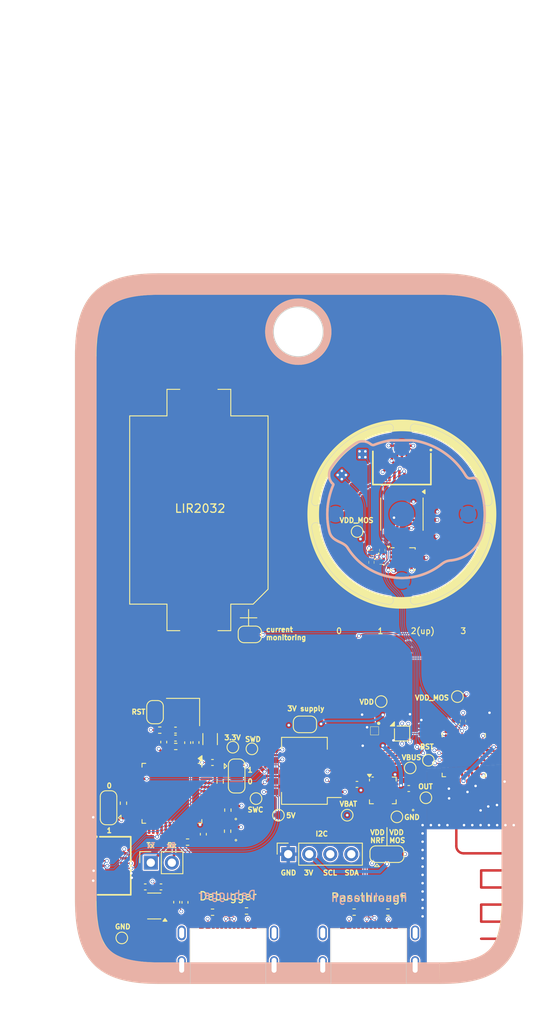
<source format=kicad_pcb>
(kicad_pcb (version 20240108) (generator "pcbnew") (generator_version "8.0")
  (layers (0 "F.Cu" signal) (1 "In1.Cu" signal) (2 "In2.Cu" signal) (31 "B.Cu" signal) (34 "B.Paste" user) (35 "F.Paste" user) (36 "B.SilkS" user "B.Silkscreen") (37 "F.SilkS" user "F.Silkscreen") (38 "B.Mask" user) (39 "F.Mask" user) (44 "Edge.Cuts" user))
  (net 0 "")
  (net 1 "VDD_nRF")
  (net 2 "GND")
  (net 3 "Net-(U2-P0.00{slash}XL1)")
  (net 4 "Net-(U2-P0.01{slash}XL2)")
  (net 5 "Net-(U2-DEC1)")
  (net 6 "VBUS")
  (net 7 "Net-(U2-DECUSB)")
  (net 8 "Net-(U2-DEC4)")
  (net 9 "1.8V")
  (net 10 "Net-(U2-DEC5)")
  (net 11 "Net-(U2-ANT)")
  (net 12 "Net-(U2-XC2)")
  (net 13 "Net-(U2-XC1)")
  (net 14 "Net-(U2-DEC3)")
  (net 15 "Net-(C19-Pad2)")
  (net 16 "MOS_VDD")
  (net 17 "OUT")
  (net 18 "vBAT")
  (net 19 "BLUE_LED")
  (net 20 "Net-(D1-K)")
  (net 21 "Net-(D2-K)")
  (net 22 "Net-(J1-Pin_1)")
  (net 23 "Net-(J2-Pin_1)")
  (net 25 "Net-(J3-CC1)")
  (net 27 "D+")
  (net 28 "D-")
  (net 30 "Net-(J3-CC2)")
  (net 32 "Net-(U2-DCC)")
  (net 33 "Net-(L1-Pad1)")
  (net 34 "antenna")
  (net 35 "MOS_EN")
  (net 36 "Net-(U1-BIN)")
  (net 37 "CE")
  (net 38 "Net-(U5-ILIM)")
  (net 39 "Net-(U5-ISET)")
  (net 40 "P0.15")
  (net 41 "Net-(U5-EN2)")
  (net 42 "P0.17")
  (net 43 "Net-(U5-~{CHG})")
  (net 44 "Net-(U5-EN1)")
  (net 45 "Net-(U11-CS)")
  (net 46 "Net-(U5-TS)")
  (net 47 "GPOUT")
  (net 48 "Batteryin")
  (net 49 "int1")
  (net 50 "P0.29")
  (net 51 "P0.30")
  (net 52 "P0.20")
  (net 55 "swc")
  (net 56 "P0.31")
  (net 57 "RESET")
  (net 58 "P0.28")
  (net 62 "swd")
  (net 73 "Net-(U12-PC14)")
  (net 74 "Net-(U12-PC15)")
  (net 75 "Net-(JP1-A)")
  (net 76 "5V")
  (net 77 "3.3V")
  (net 78 "/OSCIN")
  (net 79 "/OSCOUT")
  (net 80 "Net-(D3-K)")
  (net 81 "Net-(D4-K)")
  (net 82 "/USBDP2")
  (net 83 "/USBDM2")
  (net 84 "/A9")
  (net 85 "/A10")
  (net 87 "/USBDM")
  (net 89 "/USBDP")
  (net 90 "Net-(J5-CC2)")
  (net 92 "Net-(J5-CC1)")
  (net 94 "/BOOT1")
  (net 95 "/BOOT0")
  (net 96 "Net-(U12-BOOT0)")
  (net 97 "Net-(U12-PB2)")
  (net 98 "/PC13")
  (net 99 "/B14")
  (net 100 "/A5")
  (net 107 "3VB")
  (net 132 "Net-(BT1-+)")
  (net 134 "Net-(J6-Pin_2)")
  (footprint "Resistor_SMD:R_0402_1005Metric" (layer "F.Cu") (at 127.5 134.69 90)
    (property "Reference" "R19" (hide yes))
    (property "Value" "510Ω")
  )
  (footprint "Library:Capacitor_0402_1005M-nosilk" (layer "F.Cu") (at 152.45 102.65)
    (property "Reference" "C21" (hide yes))
    (property "Value" "1uF")
  )
  (footprint "Library:SMDButton" (layer "F.Cu") (at 150.9628 115)
    (property "Reference" "U8" (hide yes))
    (property "Value" "Button")
  )
  (footprint "Resistor_SMD:R_0402_1005Metric" (layer "F.Cu") (at 121.21 127.015)
    (property "Reference" "R20" (hide yes))
    (property "Value" "1M")
  )
  (footprint "Jumper:SolderJumper-3_P1.3mm_Open_RoundedPad1.0x1.5mm" (layer "F.Cu") (at 128.5625 130.575 -90)
    (property "Reference" "JP3" (hide yes))
    (property "Value" "Jumper_3_Open")
  )
  (footprint "Library:SMDButton" (layer "F.Cu") (at 155.9628 115)
    (property "Reference" "U6" (hide yes))
    (property "Value" "Button")
  )
  (footprint "Resistor_SMD:R_0402_1005Metric" (layer "F.Cu") (at 142.74 146.99)
    (property "Reference" "R13" (hide yes))
    (property "Value" "5.1K")
  )
  (footprint "TestPoint:TestPoint_Pad_D1.0mm" (layer "F.Cu") (at 133.6 135.3)
    (property "Reference" "TP3" (hide yes))
    (property "Value" "TestPoint")
  )
  (footprint "Jumper:SolderJumper-2_P1.3mm_Open_RoundedPad1.0x1.5mm" (layer "F.Cu") (at 118.71 122.875 90)
    (property "Reference" "JP1" (hide yes))
    (property "Value" "SolderJumper_2_Open")
  )
  (footprint "Resistor_SMD:R_0402_1005Metric" (layer "F.Cu") (at 125.65 147)
    (property "Reference" "R22" (hide yes))
    (property "Value" "5.1K")
  )
  (footprint "TestPoint:TestPoint_Pad_D1.0mm" (layer "F.Cu") (at 141.9 135.3)
    (property "Reference" "TP13" (hide yes))
    (property "Value" "TestPoint")
  )
  (footprint "Library:Resistor_0402_1005M-nosilk" (layer "F.Cu") (at 151.975 101.2 90)
    (property "Reference" "R6" (hide yes))
    (property "Value" "4.7K")
  )
  (footprint "Library:Resistor_0402_1005M-nosilk" (layer "F.Cu") (at 144.9 135.4 90)
    (property "Reference" "R7" (hide yes))
    (property "Value" "0Ω")
  )
  (footprint "Crystal:Crystal_SMD_3215-2Pin_3.2x1.5mm" (layer "F.Cu") (at 125.36 126.125 -90)
    (property "Reference" "Y1" (hide yes))
    (property "Value" "32.768KHZ")
  )
  (footprint "Capacitor_SMD:C_0402_1005Metric" (layer "F.Cu") (at 121.18 125.045)
    (property "Reference" "C34" (hide yes))
    (property "Value" "22pf")
  )
  (footprint "Capacitor_SMD:C_0402_1005Metric" (layer "F.Cu") (at 121.325 145.790001 -90)
    (property "Reference" "C29" (hide yes))
    (property "Value" "10uF")
  )
  (footprint "TestPoint:TestPoint_Pad_D1.0mm" (layer "F.Cu") (at 130.4 127.3)
    (property "Reference" "TP7" (hide yes))
    (property "Value" "TestPoint")
  )
  (footprint "Library:2.4GHz-meander-antenna" (layer "F.Cu") (at 155.95 139.9 90)
    (property "Reference" "Antenna" (hide yes))
    (property "Value" "2.4GHz-meander-antenna" (hide yes))
  )
  (footprint "Library:Resistor_0402_1005M-nosilk" (layer "F.Cu") (at 151.975 99.175 -90)
    (property "Reference" "R8" (hide yes))
    (property "Value" "4.7K")
  )
  (footprint "Library:Crystal_SMD_2016-4Pin_2.0x1.6mm" (layer "F.Cu") (at 157.12 133.05)
    (property "Reference" "X2" (hide yes))
    (property "Value" "32MHZ")
  )
  (footprint "Library:Resistor_0402_1005M-nosilk" (layer "F.Cu") (at 143.555 133.8125 -90)
    (property "Reference" "R3" (hide yes))
    (property "Value" "100K")
  )
  (footprint "Library:Pogo-pin-recepticle" (layer "F.Cu") (at 141.2499 94.2498)
    (property "Reference" "J2" (hide yes))
    (property "Value" "+")
  )
  (footprint "Capacitor_SMD:C_0402_1005Metric" (layer "F.Cu") (at 119.43 143.95 180)
    (property "Reference" "C33" (hide yes))
    (property "Value" "100nF")
  )
  (footprint "Library:Resistor_0402_1005M-nosilk" (layer "F.Cu") (at 146 135.4 90)
    (property "Reference" "R10" (hide yes))
    (property "Value" "0Ω")
  )
  (footprint "Library:Resistor_0402_1005M-nosilk" (layer "F.Cu") (at 150.76 103.77 90)
    (property "Reference" "R11" (hide yes))
    (property "Value" "10k")
  )
  (footprint "TestPoint:TestPoint_Pad_D1.0mm" (layer "F.Cu") (at 130.9 133.3)
    (property "Reference" "TP6" (hide yes))
    (property "Value" "TestPoint")
  )
  (footprint "Resistor_SMD:R_0402_1005Metric" (layer "F.Cu") (at 129.75 146.85 180)
    (property "Reference" "R21" (hide yes))
    (property "Value" "5.1K")
  )
  (footprint "LED_SMD:LED_0402_1005Metric" (layer "F.Cu") (at 128.47 137.225 90)
    (property "Reference" "D3" (hide yes))
    (property "Value" "BLUE")
  )
  (footprint "Library:Pogo-pin-recepticle" (layer "F.Cu") (at 143.7499 91.7498)
    (property "Reference" "J1" (hide yes))
    (property "Value" "-")
  )
  (footprint "Capacitor_SMD:C_0402_1005Metric" (layer "F.Cu") (at 119.76 126.485 -90)
    (property "Reference" "C27" (hide yes))
    (property "Value" "100nF")
  )
  (footprint "Library:Capacitor_0402_1005M-nosilk" (layer "F.Cu") (at 153.27 131.62 90)
    (property "Reference" "C14" (hide yes))
    (property "Value" "820pF")
  )
  (footprint "Package_DFN_QFN:VQFN-16-1EP_3x3mm_P0.5mm_EP1.6x1.6mm" (layer "F.Cu") (at 146.2 132.3125)
    (property "Reference" "U5" (hide yes))
    (property "Value" "BQ24075RGT")
  )
  (footprint "Library:Capacitor_0402_1005M-nosilk" (layer "F.Cu") (at 159.57 123.75 180)
    (property "Reference" "C11" (hide yes))
    (property "Value" "47nF")
  )
  (footprint "Jumper:SolderJumper-2_P1.3mm_Open_RoundedPad1.0x1.5mm" (layer "F.Cu") (at 136.800001 124.35)
    (property "Reference" "JP4" (hide yes))
    (property "Value" "Jumper_2_Open")
  )
  (footprint "Capacitor_SMD:C_0402_1005Metric" (layer "F.Cu") (at 122.325 145.810001 -90)
    (property "Reference" "C28" (hide yes))
    (property "Value" "100nF")
  )
  (footprint "Library:Mosfet0402" (layer "F.Cu") (at 144.8263 104.8075 -90)
    (property "Reference" "Q2" (hide yes))
    (property "Value" "NMOS-CSD17381F4")
  )
  (footprint "Button_Switch_SMD:SW_DIP_SPSTx05_Slide_KingTek_DSHP05TS_W7.62mm_P1.27mm" (layer "F.Cu") (at 136.74 129.95 180)
    (property "Reference" "SW1" (hide yes))
    (property "Value" "SW_DIP_x05")
  )
  (footprint "Library:Capacitor_0402_1005M-nosilk" (layer "F.Cu") (at 145.1 123.19 180)
    (property "Reference" "C23" (hide yes))
    (property "Value" "1uF")
  )
  (footprint "TestPoint:TestPoint_Pad_D1.0mm" (layer "F.Cu") (at 147.9 135.5)
    (property "Reference" "TP2" (hide yes))
    (property "Value" "TestPoint")
  )
  (footprint "LED_SMD:LED_0402_1005Metric" (layer "F.Cu") (at 159.635 130.25 180)
    (property "Reference" "D1" (hide yes))
    (property "Value" "BLUE")
  )
  (footprint "Package_TO_SOT_SMD:SOT-23-5" (layer "F.Cu") (at 118.6125 146.250001 180)
    (property "Reference" "U13" (hide yes))
    (property "Value" "AP2112K-3.3")
  )
  (footprint "Jumper:SolderJumper-3_P1.3mm_Bridged12_RoundedPad1.0x1.5mm" (layer "F.Cu") (at 146.7 140)
    (property "Reference" "JP6" (hide yes))
    (property "Value" "Jumper_3_Bridged12")
  )
  (footprint "Library:Capacitor_0402_1005M-nosilk" (layer "F.Cu") (at 151.975 97.25 90)
    (property "Reference" "C20" (hide yes))
    (property "Value" "100nF")
  )
  (footprint "Resistor_SMD:R_0402_1005Metric" (layer "F.Cu") (at 126.57 131.305 -90)
    (property "Reference" "R14" (hide yes))
    (property "Value" "10k")
  )
  (footprint "Library:Capacitor_0402_1005M-nosilk" (layer "F.Cu") (at 154.82 124.32 -90)
    (property "Reference" "C1" (hide yes))
    (property "Value" "4.7uF")
  )
  (footprint "Inductor_SMD:L_0402_1005Metric" (layer "F.Cu") (at 155.07 135.535 -90)
    (property "Reference" "L4" (hide yes))
    (property "Value" "2.2nH")
  )
  (footprint "Capacitor_SMD:C_0402_1005Metric" (layer "F.Cu") (at 143.08 131.5875)
    (property "Reference" "C25" (hide yes))
    (property "Value" "10uF")
  )
  (footprint "LED_SMD:LED_0402_1005Metric" (layer "F.Cu") (at 149.855 133.595001 90)
    (property "Reference" "D2" (hide yes))
    (property "Value" "LED")
  )
  (footprint "Library:Capacitor_0402_1005M-nosilk" (layer "F.Cu") (at 158.17 122.95 90)
    (property "Reference" "C2" (hide yes))
    (property "Value" "12pF")
  )
  (footprint "Crystal:Crystal_SMD_3225-4Pin_3.2x2.5mm" (layer "F.Cu") (at 122.09 122.865 180)
    (property "Reference" "Y2" (hide yes))
    (property "Value" "8Mhz")
  )
  (footprint "TestPoint:TestPoint_Pad_D1.0mm" (layer "F.Cu") (at 149.5 129.6)
    (property "Reference" "TP12" (hide yes))
    (property "Value" "TestPoint")
  )
  (footprint "Package_BGA:Texas_DSBGA-9_1.62mmx1.58mm_Layout3x3_P0.5mm" (layer "F.Cu") (at 148.525 125.45)
    (property "Reference" "U1" (hide yes))
    (property "Value" "~")
  )
  (footprint "Inductor_SMD:L_0402_1005Metric" (layer "F.Cu") (at 159.585 126.6 180)
    (property "Reference" "L1" (hide yes))
    (property "Value" "10uH")
  )
  (footprint "Jumper:SolderJumper-2_P1.3mm_Bridged_RoundedPad1.0x1.5mm" (layer "F.Cu") (at 130.15 113.5)
    (property "Reference" "JP5" (hide yes))
    (property "Value" "Jumper_2_Bridged")
  )
  (footprint "Library:Mosfet0402" (layer "F.Cu") (at 144.8763 103.6775)
    (property "Reference" "Q3" (hide yes))
    (property "Value" "NMOS-CSD17381F4")
  )
  (footprint "Library:Capacitor_0402_1005M-nosilk" (layer "F.Cu") (at 159.55 124.7)
    (property "Reference" "C5" (hide yes))
    (property "Value" "100nF")
  )
  (footprint "Library:QFN-40-1EP_5x5mm_P0.4mm_EP3.6x3.6mm" (layer "F.Cu") (at 155.97 128.05 -90)
    (property "Reference" "U2" (hide yes))
    (property "Value" "nrf52833_qfn40")
  )
  (footprint "Library:Resistor_0402_1005M-nosilk" (layer "F.Cu") (at 160.06 132.7 90)
    (property "Reference" "R2" (hide yes))
    (property "Value" "1.5k")
  )
  (footprint "Library:FPC" (layer "F.Cu") (at 148.4999 93.1798 180)
    (property "Reference" "U7" (hide yes))
    (property "Value" "Conn_01x14_Socket")
  )
  (footprint "Library:Resistor_0402_1005M-nosilk" (layer "F.Cu") (at 149.325 131.1125)
    (property "Reference" "R4" (hide yes))
    (property "Value" "1.1k")
  )
  (footprint "TestPoint:TestPoint_Pad_D1.0mm" (layer "F.Cu") (at 146 121.6)
    (property "Reference" "TP10" (hide yes))
    (property "Value" "TestPoint")
  )
  (footprint "Inductor_SMD:L_0402_1005Metric" (layer "F.Cu") (at 155.12 132.635 -90)
    (property "Reference" "L3" (hide yes))
    (property "Value" "4.7nH")
  )
  (footprint "Library:Mosfet0402" (layer "F.Cu") (at 145.9563 104.7175 180)
    (property "Reference" "Q5" (hide yes))
    (property "Value" "PMOS-CSD25483F4")
  )
  (footprint "Package_QFP:LQFP-48_7x7mm_P0.5mm" (layer "F.Cu") (at 120.75 132.6625 -90)
    (property "Reference" "U12" (hide yes))
    (property "Value" "STM32F103C8Tx")
  )
  (footprint "Capacitor_SMD:C_0402_1005Metric" (layer "F.Cu") (at 149.33 132.0875)
    (property "Reference" "C26" (hide yes))
    (property "Value" "10uF")
  )
  (footprint "TestPoint:TestPoint_Pad_D1.0mm" (layer "F.Cu") (at 114.7 150.1)
    (property "Reference" "TP4" (hide yes))
    (property "Value" "TestPoint")
  )
  (footprint "Library:Resistor_0402_1005M-nosilk" (layer "F.Cu") (at 143.53 130.1125 90)
    (property "Reference" "TH1" (hide yes))
    (property "Value" "10K")
  )
  (footprint "Library:Capacitor_0402_1005M-nosilk" (layer "F.Cu") (at 153.82 124.35 90)
    (property "Reference" "C6" (hide yes))
    (property "Value" "4.7uF")
  )
  (footprint "Resistor_SMD:R_0402_1005Metric" (layer "F.Cu") (at 114.9 133.855 90)
    (property "Reference" "R15" (hide yes))
    (property "Value" "10k")
  )
  (footprint "Capacitor_SMD:C_0402_1005Metric" (layer "F.Cu") (at 117.53 143.95)
    (property "Reference" "C32" (hide yes))
    (property "Value" "10uF")
  )
  (footprint "Capacitor_SMD:C_0402_1005Metric" (layer "F.Cu") (at 124.54 137.595 90)
    (property "Reference" "C30" (hide yes))
    (property "Value" "100nF")
  )
  (footprint "Library:Mosfet0402" (layer "F.Cu") (at 146.1263 103.3553 90)
    (property "Reference" "Q4" (hide yes))
    (property "Value" "PMOS-CSD25483F4")
  )
  (footprint "Resistor_SMD:R_0402_1005Metric" (layer "F.Cu") (at 146.81 146.99 180)
    (property "Reference" "R12" (hide yes))
    (property "Value" "5.1K")
  )
  (footprint "Library:SOIC-8-1EP_3.9x4.9mm_P1.27mm_EP2.514x3.2mm" (layer "F.Cu") (at 148.4999 98.9998 -90)
    (property "Reference" "U3" (hide yes))
    (property "Value" "AS5600")
  )
  (footprint "Library:Resistor_0402_1005M-nosilk" (layer "F.Cu") (at 148.2 123.15 180)
    (property "Reference" "R1" (hide yes))
    (property "Value" "10k")
  )
  (footprint "TestPoint:TestPoint_Pad_D1.0mm" (layer "F.Cu") (at 151.4 133.2)
    (property "Reference" "TP8" (hide yes))
    (property "Value" "TestPoint")
  )
  (footprint "Library:Capacitor_0402_1005M-nosilk" (layer "F.Cu") (at 154.65 131.225)
    (property "Reference" "C15" (hide yes))
    (property "Value" "1pF")
  )
  (footprint "Library:SMDButton" (layer "F.Cu") (at 145.9628 115)
    (property "Reference" "U9" (hide yes))
    (property "Value" "Button")
  )
  (footprint "Library:Capacitor_0402_1005M-nosilk" (layer "F.Cu") (at 156.87 122.95 90)
    (property "Reference" "C3" (hide yes))
    (property "Value" "12pF")
  )
  (footprint "TestPoint:TestPoint_Pad_D1.0mm" (layer "F.Cu") (at 143.1 101.1)
    (property "Reference" "TP9" (hide yes))
    (property "Value" "TestPoint")
  )
  (footprint "TestPoint:TestPoint_Pad_D1.0mm" (layer "F.Cu") (at 151.7 128.675)
    (property "Reference" "TP1" (hide yes))
    (property "Value" "TestPoint")
  )
  (footprint "Library:SMDButton" (layer "F.Cu") (at 140.9628 115)
    (property "Reference" "U10" (hide yes))
    (property "Value" "Button")
  )
  (footprint "Library:Capacitor_0402_1005M-nosilk" (layer "F.Cu") (at 146.955 129.6625 180)
    (property "Reference" "C24" (hide yes))
    (property "Value" "1uF")
  )
  (footprint "Connector_PinSocket_2.54mm:PinSocket_1x04_P2.54mm_Vertical" (layer "F.Cu") (at 134.78 140 90)
    (property "Reference" "J6" (hide yes))
    (property "Value" "Conn_01x04_Socket")
  )
  (footprint "Library:Resistor_0402_1005M-nosilk" (layer "F.Cu") (at 145.005 129.6375 180)
    (property "Reference" "R5" (hide yes))
    (property "Value" "590")
  )
  (footprint "Capacitor_SMD:C_0402_1005Metric" (layer "F.Cu") (at 125.64 128.945 180)
    (property "Reference" "C31" (hide yes))
    (property "Value" "100nF")
  )
  (footprint "Resistor_SMD:R_0402_1005Metric" (layer "F.Cu") (at 119.28 125.045)
    (property "Reference" "R16" (hide yes))
    (property "Value" "10k")
  )
  (footprint "Connector_PinSocket_2.54mm:PinSocket_1x02_P2.54mm_Vertical" (layer "F.Cu") (at 118.2 141.025 90)
    (property "Reference" "J4" (hide yes))
    (property "Value" "Conn_01x02_Pin")
  )
  (footprint "Library:Capacitor_0402_1005M-nosilk" (layer "F.Cu") (at 159.02 133 90)
    (property "Reference" "C16" (hide yes))
    (property "Value" "12pF")
  )
  (footprint "Jumper:SolderJumper-3_P1.3mm_Open_RoundedPad1.0x1.5mm" (layer "F.Cu") (at 113.1 134.405 90)
    (property "Reference" "JP2" (hide yes))
    (property "Value" "Jumper_3_Open")
  )
  (footprint "Library:Resistor_0402_1005M-nosilk" (layer "F.Cu") (at 148.875 133.5625 -90)
    (property "Reference" "R9" (hide yes))
    (property "Value" "1.5k")
  )
  (footprint "LED_SMD:LED_0402_1005Metric" (layer "F.Cu") (at 128.46 134.675 90)
    (property "Reference" "D4" (hide yes))
    (property "Value" "White")
  )
  (footprint "Capacitor_SMD:C_0402_1005Metric" (layer "F.Cu") (at 121.18 126.005)
    (property "Reference" "C35" (hide yes))
    (property "Value" "22pf")
  )
  (footprint "Library:Capacitor_0402_1005M-nosilk" (layer "F.Cu") (at 152.77 125.6 -90)
    (property "Reference" "C8" (hide yes))
    (property "Value" "4.7uF")
  )
  (footprint "Library:Capacitor_0402_1005M-nosilk" (layer "F.Cu") (at 159.37 131.25)
    (property "Reference" "C13" (hide yes))
    (property "Value" "100nF")
  )
  (footprint "Library:USB-C_C168688" (layer "F.Cu") (at 144.5247 155.6 180)
    (property "Reference" "J3" (hide yes))
    (property "Value" "USB_C_Receptacle_USB2.0")
  )
  (footprint "Capacitor_SMD:C_0402_1005Metric" (layer "F.Cu") (at 123.65 126.535 -90)
    (property "Reference" "C4" (hide yes))
    (property "Value" "12pF")
  )
  (footprint "Battery:BatteryHolder_Keystone_1060_1x2032" (layer "F.Cu") (at 124 98.5 90)
    (property "Reference" "BT1" (hide yes))
    (property "Value" "Battery_Cell")
  )
  (footprint "Library:Capacitor_0402_1005M-nosilk" (layer "F.Cu") (at 150.85 125.025 90)
    (property "Reference" "C12" (hide yes))
    (property "Value" "2.2uF")
  )
  (footprint "Library:Crystal_SMD_2012-2Pin_2.0x1.2mm" (layer "F.Cu") (at 157.52 124.6 180)
    (property "Reference" "X1" (hide yes))
    (property "Value" "32.768 kHz")
  )
  (footprint "Package_LGA:LGA-14_3x2.5mm_P0.5mm_LayoutBorder3x4y" (layer "F.Cu") (at 148.5 104.4125)
    (property "Reference" "U11" (hide yes))
    (property "Value" "LSM6DSO")
  )
  (footprint "Library:Capacitor_0402_1005M-nosilk" (layer "F.Cu") (at 159.57 125.65)
    (property "Reference" "C7" (hide yes))
    (property "Value" "1uF")
  )
  (footprint "TestPoint:TestPoint_Pad_D1.0mm" (layer "F.Cu") (at 155.2 121)
    (property "Reference" "TP11" (hide yes))
    (property "Value" "TestPoint")
  )
  (footprint "Library:Capacitor_0402_1005M-nosilk" (layer "F.Cu") (at 145.075 126.865 180)
    (property "Reference" "C22" (hide yes))
    (property "Value" "1uF")
  )
  (footprint "Library:Mosfet0402" (layer "F.Cu") (at 155.875 123.95 90)
    (property "Reference" "Q1" (hide yes))
    (property "Value" "NMOS")
  )
  (footprint "Capacitor_SMD:C_0402_1005Metric" (layer "F.Cu") (at 122.65 126.555 90)
    (property "Reference" "C10" (hide yes))
    (property "Value" "12pF")
  )
  (footprint "Resistor_SMD:R_0402_1005Metric" (layer "F.Cu") (at 127.47 137.23 90)
    (property "Reference" "R18" (hide yes))
    (property "Value" "510Ω")
  )
  (footprint "Library:TDFN-4" (layer "F.Cu") (at 145.2 125.125 90)
    (property "Reference" "U4" (hide yes))
    (property "Value" "MIC5504")
  )
  (footprint "TestPoint:TestPoint_Pad_D1.0mm" (layer "F.Cu") (at 128.1 127.1)
    (property "Reference" "TP5" (hide yes))
    (property "Value" "TestPoint")
  )
  (footprint "Library:Capacitor_0402_1005M-nosilk" (layer "F.Cu") (at 154.67 134.075)
    (property "Reference" "C19" (hide yes))
    (property "Value" "1.2pF")
  )
  (footprint "Resistor_SMD:R_0402_1005Metric" (layer "F.Cu") (at 122.64 138.545 180)
    (property "Reference" "R17" (hide yes))
    (property "Value" "1.5K")
  )
  (footprint "Library:USB-C_C168688" (layer "F.Cu") (at 127.5 155.6 180)
    (property "Reference" "J5" (hide yes))
    (property "Value" "USB_C_Receptacle_USB2.0")
  )
  (footprint "Library:Capacitor_0402_1005M-nosilk" (layer "F.Cu") (at 157.025 131.25 180)
    (property "Reference" "C18" (hide yes))
    (property "Value" "100pF")
  )
  (footprint "Library:Capacitor_0402_1005M-nosilk" (layer "F.Cu") (at 156.71 134.86 180)
    (property "Reference" "C17" (hide yes))
    (property "Value" "12pF")
  )
  (footprint "Inductor_SMD:L_0402_1005Metric" (layer "F.Cu") (at 161.02 126.15 -90)
    (property "Reference" "L2" (hide yes))
    (property "Value" "15nH")
  )
  (footprint "Library:Capacitor_0402_1005M-nosilk" (layer "F.Cu") (at 160.97 124.25 90)
    (property "Reference" "C9" (hide yes))
    (property "Value" "1uF")
  )
  (footprint "Library:FPC" (layer "F.Cu") (at 113.53 141.4025 -90)
    (property "Reference" "U14" (hide yes))
    (property "Value" "Conn_01x14_Socket")
  )
  (footprint "Library:16mmCompButton" (layer "B.Cu") (at 148.5 99 180)
    (property "Reference" "SW2" (hide yes))
    (property "Value" "SW_Push")
  )
  (gr_poly (pts (xy 144.2484 91.242338) (xy 143.238399 91.242338) (xy 143.2384 92.292339) (xy 144.2484 92.292338)) (stroke (width 0.2)) (fill solid) (layer "B.Cu") (net 22))
  (gr_poly (pts (xy 141.989326 94.258978) (xy 141.275148 93.5448) (xy 140.532686 94.287263) (xy 141.246864 95.00144)) (stroke (width 0.2)) (fill solid) (layer "B.Cu") (net 23))
  (gr_curve (pts (xy 141.969732 103.083466) (xy 141.935955 103.029453) (xy 141.899663 102.978334) (xy 141.860859 102.930111)) (stroke (width 0.3)) (layer "B.SilkS"))
  (gr_line (start 153.024124 155.6) (end 119.092218 155.6) (stroke (width 0.1)) (layer "B.SilkS"))
  (gr_curve (pts (xy 114.481879 152.40786) (xy 113.645944 152.055534) (xy 113.153528 151.648301) (xy 112.73235 151.034276)) (stroke (width 0.1)) (layer "B.SilkS"))
  (gr_arc (start 149.809292 90.095566) (mid 153.458844 91.489215) (end 156.174064 94.297963) (stroke (width 0.3)) (layer "B.SilkS"))
  (gr_curve (pts (xy 156.232649 94.388753) (xy 156.417663 94.634533) (xy 156.559167 94.728516) (xy 156.904557 94.663615)) (stroke (width 0.3)) (layer "B.SilkS"))
  (gr_curve (pts (xy 119.092218 153.1) (xy 117.005607 153.1) (xy 115.482193 152.829467) (xy 114.481879 152.40786)) (stroke (width 0.1)) (layer "B.SilkS"))
  (gr_curve (pts (xy 109.1 79.992217) (xy 109.058376 72.747862) (xy 111.84785 70) (xy 119.092218 70)) (stroke (width 0.1)) (layer "B.SilkS"))
  (gr_curve (pts (xy 159.894167 150.259535) (xy 159.547297 151.087087) (xy 159.148783 151.570347) (xy 158.551119 151.983196)) (stroke (width 0.1)) (layer "B.SilkS"))
  (gr_arc (start 142.914754 90.464801) (mid 143.831505 90.213304) (end 144.722667 90.544231) (stroke (width 0.3)) (layer "B.SilkS"))
  (gr_curve (pts (xy 156.904557 94.663615) (xy 157.283254 94.591405) (xy 157.482486 94.616609) (xy 157.7041 95.0905)) (stroke (width 0.3)) (layer "B.SilkS"))
  (gr_poly (pts (xy 119.092218 69.999999) (xy 117.922785 70.014962) (xy 117.12114 70.0889) (xy 115.935482 70.225102) (xy 114.362139 70.571444) (xy 113.218946 71.013224) (xy 112.37493 71.468528) (xy 111.665078 72.043191) (xy 111.275157 72.42285) (xy 110.782626 73.043645) (xy 110.28045 73.807709) (xy 110.008533 74.366937) (xy 109.839224 74.915904) (xy 109.639133 75.46487) (xy 109.43888 76.257153) (xy 109.320876 76.939513) (xy 109.199344 77.945354) (xy 109.1 79.992217) (xy 111.6 79.992217) (xy 111.660829 78.232833) (xy 112.024299 76.131462) (xy 112.580378 74.756899) (xy 113.330237 73.880199) (xy 114.018131 73.409205) (xy 115.089961 72.982847) (xy 116.554326 72.660635) (xy 118.521048 72.50075) (xy 119.092218 72.499999)) (fill solid) (layer "B.SilkS"))
  (gr_curve (pts (xy 154.524835 104.564215) (xy 153.968887 104.612362) (xy 153.686045 104.715622) (xy 153.231475 105.076951)) (stroke (width 0.3)) (layer "B.SilkS"))
  (gr_line (start 160.58 79.936324) (end 160.580001 145.670235) (stroke (width 0.1)) (layer "B.SilkS"))
  (gr_curve (pts (xy 140.049015 95.228488) (xy 140.055722 95.236912) (xy 140.063358 95.245274) (xy 140.071923 95.253574)) (stroke (width 0.3)) (layer "B.SilkS"))
  (gr_poly (pts (xy 153.024124 155.6) (xy 153.024124 153.1) (xy 119.092218 153.1) (xy 119.092218 155.6)) (fill solid) (layer "B.SilkS"))
  (gr_curve (pts (xy 163.08 145.671849) (xy 163.075323 152.916323) (xy 160.309967 155.646567) (xy 153.024124 155.6)) (stroke (width 0.1)) (layer "B.SilkS"))
  (gr_arc (start 157.7041 95.0905) (mid 158.458065 98.085984) (end 158.261875 101.16866) (stroke (width 0.3)) (layer "B.SilkS"))
  (gr_poly (pts (xy 109.1 145.607782) (xy 111.6 145.607782) (xy 111.599959 79.977853) (xy 109.1 79.992217)) (fill solid) (layer "B.SilkS"))
  (gr_curve (pts (xy 119.092218 155.6) (xy 111.8895 155.6) (xy 109.1 152.852137) (xy 109.1 145.607782)) (stroke (width 0.1)) (layer "B.SilkS"))
  (gr_poly (pts (xy 163.080001 145.670235) (xy 163.065039 146.839668) (xy 162.9911 147.641313) (xy 162.854899 148.826971) (xy 162.508556 150.400313) (xy 162.066776 151.543507) (xy 161.611472 152.387523) (xy 161.036809 153.097375) (xy 160.65715 153.487296) (xy 160.036355 153.979827) (xy 159.272291 154.482002) (xy 158.713063 154.75392) (xy 158.164096 154.923229) (xy 157.61513 155.12332) (xy 156.822847 155.323573) (xy 156.144904 155.417692) (xy 155.094196 155.528859) (xy 153.024124 155.6) (xy 153.040102 153.100051) (xy 154.850726 153.03795) (xy 156.942169 152.713163) (xy 158.323101 152.182075) (xy 159.199801 151.432216) (xy 159.670795 150.744322) (xy 160.097153 149.672492) (xy 160.419365 148.208127) (xy 160.57925 146.241405) (xy 160.580001 145.670235)) (fill solid) (layer "B.SilkS"))
  (gr_arc (start 140.049015 95.228488) (mid 139.713541 94.335178) (end 139.964903 93.414654) (stroke (width 0.3)) (layer "B.SilkS"))
  (gr_curve (pts (xy 112.266552 75.380395) (xy 112.613557 74.548107) (xy 113.015729 74.059611) (xy 113.622565 73.640585)) (stroke (width 0.1)) (layer "B.SilkS"))
  (gr_line (start 163.08 79.92815) (end 163.08 145.671849) (stroke (width 0.1)) (layer "B.SilkS"))
  (gr_curve (pts (xy 144.722662 90.544228) (xy 144.860929 90.651491) (xy 145.015344 90.70348) (xy 145.161771 90.641763)) (stroke (width 0.3)) (layer "B.SilkS"))
  (gr_curve (pts (xy 140.071923 95.253574) (xy 140.104905 95.296029) (xy 140.271672 95.362736) (xy 140.219547 95.473387)) (stroke (width 0.3)) (layer "B.SilkS"))
  (gr_line (start 147.190515 90.095566) (end 149.809292 90.095566) (stroke (width 0.3)) (layer "B.SilkS"))
  (gr_line (start 109.1 145.607782) (end 109.1 79.992217) (stroke (width 0.1)) (layer "B.SilkS"))
  (gr_circle (center 136 77) (end 139.5 77) (stroke (width 1)) (fill none) (layer "B.SilkS"))
  (gr_poly (pts (xy 163.079767 80.123389) (xy 163.064805 78.79028) (xy 162.990866 77.988635) (xy 162.854665 76.802977) (xy 162.508322 75.229634) (xy 162.066542 74.086441) (xy 161.611238 73.242425) (xy 161.036575 72.532573) (xy 160.656916 72.142652) (xy 160.036121 71.650121) (xy 159.272056 71.147945) (xy 158.712829 70.876028) (xy 158.163862 70.706719) (xy 157.614896 70.506628) (xy 156.822613 70.306375) (xy 156.140253 70.188371) (xy 155.134412 70.066839) (xy 153.087549 69.967495) (xy 153.087549 72.467495) (xy 154.846933 72.528324) (xy 156.948303 72.891794) (xy 158.322867 73.447873) (xy 159.199567 74.197732) (xy 159.670561 74.885626) (xy 160.096919 75.957456) (xy 160.419131 77.421821) (xy 160.579016 79.388543) (xy 160.579768 80.078059)) (fill solid) (layer "B.SilkS"))
  (gr_arc (start 153.231475 105.076951) (mid 147.15743 106.583815) (end 141.969732 103.083466) (stroke (width 0.3)) (layer "B.SilkS"))
  (gr_arc (start 145.161771 90.641763) (mid 146.160152 90.309269) (end 147.190515 90.095566) (stroke (width 0.3)) (layer "B.SilkS"))
  (gr_curve (pts (xy 116.963191 72.604986) (xy 117.594694 72.535884) (xy 118.304925 72.5) (xy 119.092218 72.5)) (stroke (width 0.1)) (layer "B.SilkS"))
  (gr_curve (pts (xy 153.032113 72.5) (xy 153.034776 72.499983) (xy 153.037439 72.499966) (xy 153.040102 72.499949)) (stroke (width 0.1)) (layer "B.SilkS"))
  (gr_curve (pts (xy 139.734469 101.041178) (xy 139.883056 101.764575) (xy 140.371307 102.047458) (xy 140.808429 102.271593)) (stroke (width 0.3)) (layer "B.SilkS"))
  (gr_line (start 119.092218 70) (end 153.024124 70) (stroke (width 0.1)) (layer "B.SilkS"))
  (gr_line (start 119.092218 72.5) (end 153.032113 72.5) (stroke (width 0.1)) (layer "B.SilkS"))
  (gr_curve (pts (xy 113.622565 73.640585) (xy 114.313708 73.163345) (xy 115.367349 72.779611) (xy 116.963191 72.604986)) (stroke (width 0.1)) (layer "B.SilkS"))
  (gr_curve (pts (xy 155.268871 152.999507) (xy 154.612505 153.070776) (xy 153.868992 153.105348) (xy 153.040102 153.100051)) (stroke (width 0.1)) (layer "B.SilkS"))
  (gr_arc (start 139.734469 101.041178) (mid 139.53387 98.218675) (end 140.219547 95.473387) (stroke (width 0.3)) (layer "B.SilkS"))
  (gr_poly (pts (xy 109.1 145.607782) (xy 109.114963 146.777215) (xy 109.188901 147.57886) (xy 109.325103 148.764518) (xy 109.671445 150.33786) (xy 110.113225 151.481054) (xy 110.568529 152.32507) (xy 111.143192 153.034922) (xy 111.522851 153.424843) (xy 112.143646 153.917374) (xy 112.90771 154.41955) (xy 113.466938 154.691468) (xy 114.015905 154.860776) (xy 114.564871 155.060867) (xy 115.357154 155.261121) (xy 116.039514 155.379124) (xy 117.045355 155.500656) (xy 119.092218 155.6) (xy 119.092218 153.1) (xy 117.332834 153.039171) (xy 115.231463 152.6757) (xy 113.8569 152.119622) (xy 112.9802 151.369763) (xy 112.509206 150.681869) (xy 112.082848 149.610039) (xy 111.760636 148.145674) (xy 111.600751 146.178952) (xy 111.6 145.607782)) (fill solid) (layer "B.SilkS"))
  (gr_curve (pts (xy 153.040102 72.499949) (xy 155.126669 72.486612) (xy 156.651781 72.747401) (xy 157.654769 73.162605)) (stroke (width 0.1)) (layer "B.SilkS"))
  (gr_curve (pts (xy 153.024124 70) (xy 160.226695 69.953965) (xy 163.033699 72.68393) (xy 163.08 79.92815)) (stroke (width 0.1)) (layer "B.SilkS"))
  (gr_curve (pts (xy 141.860859 102.930111) (xy 141.603347 102.623675) (xy 141.210142 102.468296) (xy 140.808429 102.271593)) (stroke (width 0.3)) (layer "B.SilkS"))
  (gr_curve (pts (xy 157.654769 73.162605) (xy 158.492938 73.50958) (xy 158.987946 73.913654) (xy 159.413039 74.524972)) (stroke (width 0.1)) (layer "B.SilkS"))
  (gr_arc (start 139.964903 93.414654) (mid 141.28741 91.787309) (end 142.914754 90.464801) (stroke (width 0.3)) (layer "B.SilkS"))
  (gr_poly (pts (xy 160.580001 145.670235) (xy 163.080001 145.670235) (xy 163.07996 80.040306) (xy 160.580001 80.05467)) (fill solid) (layer "B.SilkS"))
  (gr_arc (start 158.261876 101.16866) (mid 156.932156 103.459427) (end 154.524832 104.564216) (stroke (width 0.3)) (layer "B.SilkS"))
  (gr_poly (pts (xy 153.087549 72.467495) (xy 153.087549 69.967495) (xy 119.077854 70.00004) (xy 119.092218 72.499999)) (fill solid) (layer "B.SilkS"))
  (gr_line (start 111.6 145.607782) (end 111.6 79.985035) (stroke (width 0.1)) (layer "B.SilkS"))
  (gr_curve (pts (xy 158.551119 151.983196) (xy 157.872614 152.451887) (xy 156.840313 152.828877) (xy 155.268871 152.999507)) (stroke (width 0.1)) (layer "B.SilkS"))
  (gr_curve (pts (xy 156.174064 94.297963) (xy 156.19296 94.328805) (xy 156.212488 94.35907) (xy 156.232649 94.388753)) (stroke (width 0.3)) (layer "B.SilkS"))
  (gr_line (start 153.032113 153.1) (end 119.092218 153.1) (stroke (width 0.1)) (layer "B.SilkS"))
  (gr_curve (pts (xy 153.040102 153.100051) (xy 153.037439 153.100034) (xy 153.034776 153.100017) (xy 153.032113 153.1)) (stroke (width 0.1)) (layer "B.SilkS"))
  (gr_curve (pts (xy 160.467976 77.88746) (xy 160.536741 78.49751) (xy 160.574943 79.180874) (xy 160.58 79.936324)) (stroke (width 0.1)) (layer "F.SilkS"))
  (gr_curve (pts (xy 116.963191 72.604986) (xy 117.594694 72.535884) (xy 118.304925 72.5) (xy 119.092218 72.5)) (stroke (width 0.1)) (layer "F.SilkS"))
  (gr_line (start 163.08 79.92815) (end 163.08 145.671849) (stroke (width 0.1)) (layer "F.SilkS"))
  (gr_arc (start 158.261876 101.16886) (mid 156.93217 103.459642) (end 154.524832 104.564416) (stroke (width 0.3)) (layer "F.SilkS"))
  (gr_arc (start 149.809292 90.095766) (mid 153.45884 91.489421) (end 156.174064 94.298163) (stroke (width 0.3)) (layer "F.SilkS"))
  (gr_line (start 160.58 79.936324) (end 160.580001 145.670235) (stroke (width 0.1)) (layer "F.SilkS"))
  (gr_curve (pts (xy 154.524835 104.564415) (xy 153.968887 104.612562) (xy 153.686045 104.715822) (xy 153.231475 105.077151)) (stroke (width 0.3)) (layer "F.SilkS"))
  (gr_curve (pts (xy 112.73235 151.034276) (xy 112.253595 150.33631) (xy 111.869918 149.27445) (xy 111.698926 147.665094)) (stroke (width 0.1)) (layer "F.SilkS"))
  (gr_poly (pts (xy 109.1 145.607782) (xy 109.114963 146.777215) (xy 109.188901 147.57886) (xy 109.325103 148.764518) (xy 109.671445 150.33786) (xy 110.113225 151.481054) (xy 110.568529 152.32507) (xy 111.143192 153.034922) (xy 111.522851 153.424843) (xy 112.143646 153.917374) (xy 112.90771 154.41955) (xy 113.466938 154.691468) (xy 114.015905 154.860776) (xy 114.564871 155.060867) (xy 115.357154 155.261121) (xy 116.039514 155.379124) (xy 117.045355 155.500656) (xy 119.092218 155.6) (xy 119.092218 153.1) (xy 117.332834 153.039171) (xy 115.231463 152.6757) (xy 113.8569 152.119622) (xy 112.9802 151.369763) (xy 112.509206 150.681869) (xy 112.082848 149.610039) (xy 111.760636 148.145674) (xy 111.600751 146.178952) (xy 111.6 145.607782)) (fill solid) (layer "F.SilkS"))
  (gr_poly (pts (xy 119.092218 69.999999) (xy 117.922785 70.014962) (xy 117.12114 70.0889) (xy 115.935482 70.225102) (xy 114.362139 70.571444) (xy 113.218946 71.013224) (xy 112.37493 71.468528) (xy 111.665078 72.043191) (xy 111.275157 72.42285) (xy 110.782626 73.043645) (xy 110.28045 73.807709) (xy 110.008533 74.366937) (xy 109.839224 74.915904) (xy 109.639133 75.46487) (xy 109.43888 76.257153) (xy 109.320876 76.939513) (xy 109.199344 77.945354) (xy 109.1 79.992217) (xy 111.6 79.992217) (xy 111.660829 78.232833) (xy 112.024299 76.131462) (xy 112.580378 74.756899) (xy 113.330237 73.880199) (xy 114.018131 73.409205) (xy 115.089961 72.982847) (xy 116.554326 72.660635) (xy 118.521048 72.50075) (xy 119.092218 72.499999)) (fill solid) (layer "F.SilkS"))
  (gr_line (start 153.024124 155.6) (end 119.092218 155.6) (stroke (width 0.1)) (layer "F.SilkS"))
  (gr_curve (pts (xy 157.654769 73.162605) (xy 158.492938 73.50958) (xy 158.987946 73.913654) (xy 159.413039 74.524972)) (stroke (width 0.1)) (layer "F.SilkS"))
  (gr_line (start 153.032113 153.1) (end 119.092218 153.1) (stroke (width 0.1)) (layer "F.SilkS"))
  (gr_circle (center 148.5 99) (end 159.2 99) (stroke (width 1.4)) (fill none) (layer "F.SilkS"))
  (gr_curve (pts (xy 153.032113 72.5) (xy 153.034776 72.499983) (xy 153.037439 72.499966) (xy 153.040102 72.499949)) (stroke (width 0.1)) (layer "F.SilkS"))
  (gr_arc (start 157.7041 95.0907) (mid 158.458063 98.086184) (end 158.261875 101.16886) (stroke (width 0.3)) (layer "F.SilkS"))
  (gr_line (start 111.6 145.607782) (end 111.6 79.985035) (stroke (width 0.1)) (layer "F.SilkS"))
  (gr_curve (pts (xy 114.481879 152.40786) (xy 113.645944 152.055534) (xy 113.153528 151.648301) (xy 112.73235 151.034276)) (stroke (width 0.1)) (layer "F.SilkS"))
  (gr_curve (pts (xy 113.622565 73.640585) (xy 114.313708 73.163345) (xy 115.367349 72.779611) (xy 116.963191 72.604986)) (stroke (width 0.1)) (layer "F.SilkS"))
  (gr_curve (pts (xy 156.232649 94.388953) (xy 156.417663 94.634733) (xy 156.559167 94.728716) (xy 156.904557 94.663815)) (stroke (width 0.3)) (layer "F.SilkS"))
  (gr_circle (center 136 77) (end 139.5 77) (stroke (width 1)) (fill none) (layer "F.SilkS"))
  (gr_arc (start 142.914754 90.465001) (mid 143.831506 90.213484) (end 144.722667 90.544431) (stroke (width 0.3)) (layer "F.SilkS"))
  (gr_curve (pts (xy 153.040102 153.100051) (xy 153.037439 153.100034) (xy 153.034776 153.100017) (xy 153.032113 153.1)) (stroke (width 0.1)) (layer "F.SilkS"))
  (gr_arc (start 139.734469 101.041378) (mid 139.533864 98.218875) (end 140.219547 95.473587) (stroke (width 0.3)) (layer "F.SilkS"))
  (gr_poly (pts (xy 163.080001 145.670235) (xy 163.065039 146.839668) (xy 162.9911 147.641313) (xy 162.854899 148.826971) (xy 162.508556 150.400313) (xy 162.066776 151.543507) (xy 161.611472 152.387523) (xy 161.036809 153.097375) (xy 160.65715 153.487296) (xy 160.036355 153.979827) (xy 159.272291 154.482002) (xy 158.713063 154.75392) (xy 158.164096 154.923229) (xy 157.61513 155.12332) (xy 156.822847 155.323573) (xy 156.144904 155.417692) (xy 155.094196 155.528859) (xy 153.024124 155.6) (xy 153.040102 153.100051) (xy 154.850726 153.03795) (xy 156.942169 152.713163) (xy 158.323101 152.182075) (xy 159.199801 151.432216) (xy 159.670795 150.744322) (xy 160.097153 149.672492) (xy 160.419365 148.208127) (xy 160.57925 146.241405) (xy 160.580001 145.670235)) (fill solid) (layer "F.SilkS"))
  (gr_curve (pts (xy 160.580001 145.670235) (xy 160.578658 147.750787) (xy 160.310053 149.267326) (xy 159.894167 150.259535)) (stroke (width 0.1)) (layer "F.SilkS"))
  (gr_poly (pts (xy 109.1 145.607782) (xy 111.6 145.607782) (xy 111.599959 79.977853) (xy 109.1 79.992217)) (fill solid) (layer "F.SilkS"))
  (gr_arc (start 139.964903 93.414854) (mid 141.28741 91.787509) (end 142.914754 90.465001) (stroke (width 0.3)) (layer "F.SilkS"))
  (gr_curve (pts (xy 159.894167 150.259535) (xy 159.547297 151.087087) (xy 159.148783 151.570347) (xy 158.551119 151.983196)) (stroke (width 0.1)) (layer "F.SilkS"))
  (gr_curve (pts (xy 111.698926 147.665094) (xy 111.63384 147.052523) (xy 111.6 146.366333) (xy 111.6 145.607782)) (stroke (width 0.1)) (layer "F.SilkS"))
  (gr_curve (pts (xy 144.722662 90.544428) (xy 144.860929 90.651691) (xy 145.015344 90.70368) (xy 145.161771 90.641963)) (stroke (width 0.3)) (layer "F.SilkS"))
  (gr_poly (pts (xy 153.087549 72.467495) (xy 153.087549 69.967495) (xy 119.077854 70.00004) (xy 119.092218 72.499999)) (fill solid) (layer "F.SilkS"))
  (gr_arc (start 153.231475 105.077151) (mid 147.15743 106.584018) (end 141.969732 103.083666) (stroke (width 0.3)) (layer "F.SilkS"))
  (gr_poly (pts (xy 160.580001 145.670235) (xy 163.080001 145.670235) (xy 163.07996 80.040306) (xy 160.580001 80.05467)) (fill solid) (layer "F.SilkS"))
  (gr_curve (pts (xy 156.174064 94.298163) (xy 156.19296 94.329005) (xy 156.212488 94.35927) (xy 156.232649 94.388953)) (stroke (width 0.3)) (layer "F.SilkS"))
  (gr_curve (pts (xy 111.6 79.985035) (xy 111.599987 79.982641) (xy 111.599973 79.980247) (xy 111.599959 79.977853)) (stroke (width 0.1)) (layer "F.SilkS"))
  (gr_line (start 119.092218 70) (end 153.024124 70) (stroke (width 0.1)) (layer "F.SilkS"))
  (gr_line (start 119.092218 72.5) (end 153.032113 72.5) (stroke (width 0.1)) (layer "F.SilkS"))
  (gr_curve (pts (xy 158.551119 151.983196) (xy 157.872614 152.451887) (xy 156.840313 152.828877) (xy 155.268871 152.999507)) (stroke (width 0.1)) (layer "F.SilkS"))
  (gr_line (start 146.7 139) (end 146.7 136.8) (stroke (width 0.12)) (layer "F.SilkS"))
  (gr_curve (pts (xy 153.040102 72.499949) (xy 155.126669 72.486612) (xy 156.651781 72.747401) (xy 157.654769 73.162605)) (stroke (width 0.1)) (layer "F.SilkS"))
  (gr_curve (pts (xy 111.599959 79.977853) (xy 111.587983 77.893503) (xy 111.851674 76.375472) (xy 112.266552 75.380395)) (stroke (width 0.1)) (layer "F.SilkS"))
  (gr_curve (pts (xy 140.071923 95.253774) (xy 140.104905 95.296229) (xy 140.271672 95.362936) (xy 140.219547 95.473587)) (stroke (width 0.3)) (layer "F.SilkS"))
  (gr_poly (pts (xy 163.079767 80.123389) (xy 163.064805 78.79028) (xy 162.990866 77.988635) (xy 162.854665 76.802977) (xy 162.508322 75.229634) (xy 162.066542 74.086441) (xy 161.611238 73.242425) (xy 161.036575 72.532573) (xy 160.656916 72.142652) (xy 160.036121 71.650121) (xy 159.272056 71.147945) (xy 158.712829 70.876028) (xy 158.163862 70.706719) (xy 157.614896 70.506628) (xy 156.822613 70.306375) (xy 156.140253 70.188371) (xy 155.134412 70.066839) (xy 153.087549 69.967495) (xy 153.087549 72.467495) (xy 154.846933 72.528324) (xy 156.948303 72.891794) (xy 158.322867 73.447873) (xy 159.199567 74.197732) (xy 159.670561 74.885626) (xy 160.096919 75.957456) (xy 160.419131 77.421821) (xy 160.579016 79.388543) (xy 160.579768 80.078059)) (fill solid) (layer "F.SilkS"))
  (gr_curve (pts (xy 109.1 79.992217) (xy 109.058376 72.747862) (xy 111.84785 70) (xy 119.092218 70)) (stroke (width 0.1)) (layer "F.SilkS"))
  (gr_arc (start 140.049015 95.228688) (mid 139.713546 94.335377) (end 139.964903 93.414854) (stroke (width 0.3)) (layer "F.SilkS"))
  (gr_poly (pts (xy 153.024124 155.6) (xy 153.024124 153.1) (xy 119.092218 153.1) (xy 119.092218 155.6)) (fill solid) (layer "F.SilkS"))
  (gr_curve (pts (xy 112.266552 75.380395) (xy 112.613557 74.548107) (xy 113.015729 74.059611) (xy 113.622565 73.640585)) (stroke (width 0.1)) (layer "F.SilkS"))
  (gr_curve (pts (xy 153.024124 70) (xy 160.226695 69.953965) (xy 163.033699 72.68393) (xy 163.08 79.92815)) (stroke (width 0.1)) (layer "F.SilkS"))
  (gr_curve (pts (xy 119.092218 153.1) (xy 117.005607 153.1) (xy 115.482193 152.829467) (xy 114.481879 152.40786)) (stroke (width 0.1)) (layer "F.SilkS"))
  (gr_line (start 147.190515 90.095766) (end 149.809292 90.095766) (stroke (width 0.3)) (layer "F.SilkS"))
  (gr_line (start 109.1 145.607782) (end 109.1 79.992217) (stroke (width 0.1)) (layer "F.SilkS"))
  (gr_arc (start 145.161771 90.641963) (mid 146.160151 90.309466) (end 147.190515 90.095766) (stroke (width 0.3)) (layer "F.SilkS"))
  (gr_curve (pts (xy 141.860859 102.930311) (xy 141.603347 102.623875) (xy 141.210142 102.468496) (xy 140.808429 102.271793)) (stroke (width 0.3)) (layer "F.SilkS"))
  (gr_curve (pts (xy 163.08 145.671849) (xy 163.075323 152.916323) (xy 160.309967 155.646567) (xy 153.024124 155.6)) (stroke (width 0.1)) (layer "F.SilkS"))
  (gr_curve (pts (xy 156.904557 94.663815) (xy 157.283254 94.591605) (xy 157.482486 94.616809) (xy 157.7041 95.0907)) (stroke (width 0.3)) (layer "F.SilkS"))
  (gr_curve (pts (xy 155.268871 152.999507) (xy 154.612505 153.070776) (xy 153.868992 153.105348) (xy 153.040102 153.100051)) (stroke (width 0.1)) (layer "F.SilkS"))
  (gr_curve (pts (xy 159.413039 74.524972) (xy 159.896243 75.219859) (xy 160.286699 76.279237) (xy 160.467976 77.88746)) (stroke (width 0.1)) (layer "F.SilkS"))
  (gr_curve (pts (xy 140.049015 95.228688) (xy 140.055722 95.237112) (xy 140.063358 95.245474) (xy 140.071923 95.253774)) (stroke (width 0.3)) (layer "F.SilkS"))
  (gr_curve (pts (xy 139.734469 101.041378) (xy 139.883056 101.764775) (xy 140.371307 102.047658) (xy 140.808429 102.271793)) (stroke (width 0.3)) (layer "F.SilkS"))
  (gr_curve (pts (xy 119.092218 155.6) (xy 111.8895 155.6) (xy 109.1 152.852137) (xy 109.1 145.607782)) (stroke (width 0.1)) (layer "F.SilkS"))
  (gr_curve (pts (xy 141.969732 103.083666) (xy 141.935955 103.029653) (xy 141.899663 102.978534) (xy 141.860859 102.930311)) (stroke (width 0.3)) (layer "F.SilkS"))
  (gr_line (start 119.044048 70) (end 152.975952 70) (stroke (width 0.02)) (layer "Edge.Cuts"))
  (gr_curve (pts (xy 152.975952 70) (xy 160.178524 69.953965) (xy 162.985528 72.68393) (xy 163.031829 79.92815)) (stroke (width 0.02)) (layer "Edge.Cuts"))
  (gr_arc (start 138.610555 97.516383) (mid 138.982258 95.93154) (end 139.606169 94.428002) (stroke (width 0.02)) (layer "Edge.Cuts"))
  (gr_curve (pts (xy 109.051829 79.992217) (xy 109.010205 72.747862) (xy 111.799679 69.999999) (xy 119.044048 70)) (stroke (width 0.02)) (layer "Edge.Cuts"))
  (gr_arc (start 138.610555 97.516383) (mid 138.0744 97.980304) (end 137.610475 97.444153) (stroke (width 0.05)) (layer "Edge.Cuts"))
  (gr_line (start 139.937977 155.6) (end 139.937977 149) (stroke (width 0.05)) (layer "Edge.Cuts"))
  (gr_curve (pts (xy 119.044047 155.6) (xy 111.841329 155.6) (xy 109.051829 152.852136) (xy 109.051829 145.607782)) (stroke (width 0.02)) (layer "Edge.Cuts"))
  (gr_arc (start 159.389363 97.444157) (mid 158.925438 97.980308) (end 158.389283 97.516387) (stroke (width 0.05)) (layer "Edge.Cuts"))
  (gr_line (start 122.972024 155.6) (end 119.044047 155.6) (stroke (width 0.02)) (layer "Edge.Cuts"))
  (gr_arc (start 150.055554 109.889233) (mid 149.519402 109.425308) (end 149.983323 108.889153) (stroke (width 0.05)) (layer "Edge.Cuts"))
  (gr_arc (start 159.389359 100.555426) (mid 156.278091 106.777964) (end 150.055553 109.889232) (stroke (width 0.05)) (layer "Edge.Cuts"))
  (gr_line (start 139.937977 149) (end 149.037977 149) (stroke (width 0.05)) (layer "Edge.Cuts"))
  (gr_arc (start 146.944286 88.110347) (mid 147.480438 88.574272) (end 147.016517 89.110427) (stroke (width 0.05)) (layer "Edge.Cuts"))
  (gr_line (start 122.972024 149) (end 132.072024 149) (stroke (width 0.05)) (layer "Edge.Cuts"))
  (gr_arc (start 137.610477 100.555424) (mid 138.074402 100.019272) (end 138.610557 100.483193) (stroke (width 0.05)) (layer "Edge.Cuts"))
  (gr_line (start 149.037977 149) (end 149.037977 155.6) (stroke (width 0.05)) (layer "Edge.Cuts"))
  (gr_line (start 122.972024 155.6) (end 122.972024 149) (stroke (width 0.05)) (layer "Edge.Cuts"))
  (gr_arc (start 158.389285 100.483197) (mid 158.925435 100.019284) (end 159.389365 100.555427) (stroke (width 0.05)) (layer "Edge.Cuts"))
  (gr_arc (start 158.389281 100.483197) (mid 155.570985 106.070858) (end 149.983323 108.889152) (stroke (width 0.05)) (layer "Edge.Cuts"))
  (gr_arc (start 146.944284 109.889229) (mid 140.721746 106.777961) (end 137.610478 100.555423) (stroke (width 0.05)) (layer "Edge.Cuts"))
  (gr_curve (pts (xy 163.03183 145.671849) (xy 163.027152 152.916323) (xy 160.261796 155.646567) (xy 152.975953 155.599999)) (stroke (width 0.02)) (layer "Edge.Cuts"))
  (gr_curve (pts (xy 142.914766 90.46479) (xy 143.444273 90.145251) (xy 143.690923 90.236195) (xy 144.072217 90.03344)) (stroke (width 0.02)) (layer "Edge.Cuts"))
  (gr_arc (start 147.016513 108.889155) (mid 147.480434 109.42531) (end 146.944283 109.889235) (stroke (width 0.05)) (layer "Edge.Cuts"))
  (gr_arc (start 139.964915 93.414643) (mid 141.287422 91.787298) (end 142.914766 90.46479) (stroke (width 0.02)) (layer "Edge.Cuts"))
  (gr_circle (center 136 77) (end 136 80) (stroke (width 0.1)) (fill none) (layer "Edge.Cuts"))
  (gr_curve (pts (xy 139.964915 93.414643) (xy 139.744043 93.716127) (xy 139.722365 94.19613) (xy 139.606169 94.428002)) (stroke (width 0.02)) (layer "Edge.Cuts"))
  (gr_line (start 163.031829 79.92815) (end 163.03183 145.671849) (stroke (width 0.02)) (layer "Edge.Cuts"))
  (gr_line (start 132.072024 149) (end 132.072024 155.6) (stroke (width 0.05)) (layer "Edge.Cuts"))
  (gr_line (start 109.051829 145.607782) (end 109.051829 79.992217) (stroke (width 0.02)) (layer "Edge.Cuts"))
  (gr_line (start 132.072024 155.6) (end 139.937977 155.6) (stroke (width 0.02)) (layer "Edge.Cuts"))
  (gr_arc (start 149.983327 89.110425) (mid 149.519414 88.574275) (end 150.055557 88.110345) (stroke (width 0.05)) (layer "Edge.Cuts"))
  (gr_arc (start 147.016513 108.889151) (mid 141.428852 106.070855) (end 138.610558 100.483193) (stroke (width 0.05)) (layer "Edge.Cuts"))
  (gr_line (start 149.037977 155.6) (end 152.975953 155.599999) (stroke (width 0.02)) (layer "Edge.Cuts"))
  (gr_arc (start 150.055556 88.110351) (mid 156.278094 91.221619) (end 159.389362 97.444157) (stroke (width 0.05)) (layer "Edge.Cuts"))
  (gr_arc (start 144.072217 90.03344) (mid 145.508552 89.457688) (end 147.016517 89.110427) (stroke (width 0.02)) (layer "Edge.Cuts"))
  (gr_arc (start 149.983327 89.110429) (mid 155.570988 91.928725) (end 158.389282 97.516387) (stroke (width 0.05)) (layer "Edge.Cuts"))
  (gr_arc (start 137.610481 97.444154) (mid 140.721749 91.221616) (end 146.944287 88.110348) (stroke (width 0.05)) (layer "Edge.Cuts"))
  (gr_text "Tx" (at 118.8 139.3 -0) (layer "B.SilkS") (effects (font (size 0.6 0.6)) (justify left bottom mirror)))
  (gr_text "Passthrough" (at 149.26579 145.836821 -0) (layer "B.SilkS") (effects (font (size 1 1)) (justify left bottom mirror)))
  (gr_text "Debugger" (at 131 145.5 -0) (layer "B.SilkS") (effects (font (size 1 1)) (justify left bottom mirror)))
  (gr_text "Rx" (at 121.3 139.3 -0) (layer "B.SilkS") (effects (font (size 0.6 0.6)) (justify left bottom mirror)))
  (gr_text "1" (at 145.5 113.5 0) (layer "F.SilkS") (effects (font (size 0.7 0.7) (thickness 0.125)) (justify left bottom)))
  (gr_text "OUT" (at 150.4 132.2 0) (layer "F.SilkS") (effects (font (size 0.6 0.6)) (justify left bottom)))
  (gr_text "I2C" (at 138 137.9 0) (layer "F.SilkS") (effects (font (size 0.6 0.6)) (justify left bottom)))
  (gr_text "0\n" (at 112.8 132.1 0) (layer "F.SilkS") (effects (font (size 0.6 0.6)) (justify left bottom)))
  (gr_text "GND" (at 133.8 142.6 0) (layer "F.SilkS") (effects (font (size 0.6 0.6)) (justify left bottom)))
  (gr_text "VDD" (at 143.3 122 0) (layer "F.SilkS") (effects (font (size 0.6 0.6)) (justify left bottom)))
  (gr_text "SCL" (at 138.9 142.6 0) (layer "F.SilkS") (effects (font (size 0.6 0.6)) (justify left bottom)))
  (gr_text "GND" (at 148.7 135.9 0) (layer "F.SilkS") (effects (font (size 0.6 0.6)) (justify left bottom)))
  (gr_text "RST" (at 115.8 123.2 0) (layer "F.SilkS") (effects (font (size 0.6 0.6)) (justify left bottom)))
  (gr_text "VBAT" (at 140.9 134.3 0) (layer "F.SilkS") (effects (font (size 0.6 0.6)) (justify left bottom)))
  (gr_text "0" (at 140.5 113.5 0) (layer "F.SilkS") (effects (font (size 0.7 0.7) (thickness 0.125)) (justify left bottom)))
  (gr_text "VDD\nMOS" (at 146.9 138.7 0) (layer "F.SilkS") (effects (font (size 0.6 0.6)) (justify left bottom)))
  (gr_text "1" (at 129.8 130.2 0) (layer "F.SilkS") (effects (font (size 0.6 0.6)) (justify left bottom)))
  (gr_text "3V" (at 136.6 142.6 0) (layer "F.SilkS") (effects (font (size 0.6 0.6)) (justify left bottom)))
  (gr_text "Rx" (at 120.1 139.3 0) (layer "F.SilkS") (effects (font (size 0.6 0.6)) (justify left bottom)))
  (gr_text "3V supply" (at 134.6 122.8 0) (layer "F.SilkS") (effects (font (size 0.6 0.6)) (justify left bottom)))
  (gr_text "5V" (at 134.462015 135.692631 0) (layer "F.SilkS") (effects (font (size 0.6 0.6)) (justify left bottom)))
  (gr_text "Debugger" (at 123.94 145.65 0) (layer "F.SilkS") (effects (font (size 1 1)) (justify left bottom)))
  (gr_text "VDD_MOS" (at 150 121.5 0) (layer "F.SilkS") (effects (font (size 0.6 0.6)) (justify left bottom)))
  (gr_text "VDD_MOS" (at 140.9 100.1 0) (layer "F.SilkS") (effects (font (size 0.6 0.6)) (justify left bottom)))
  (gr_text "current\nmonitoring" (at 132.028723 114.232867 0) (layer "F.SilkS") (effects (font (size 0.6 0.6)) (justify left bottom)))
  (gr_text "SWC" (at 129.8 135 0) (layer "F.SilkS") (effects (font (size 0.6 0.6)) (justify left bottom)))
  (gr_text "VDD\nNRF" (at 144.6 138.7 0) (layer "F.SilkS") (effects (font (size 0.6 0.6)) (justify left bottom)))
  (gr_text "RST" (at 150.6 127.4 0) (layer "F.SilkS") (effects (font (size 0.6 0.6)) (justify left bottom)))
  (gr_text "3" (at 155.5 113.5 0) (layer "F.SilkS") (effects (font (size 0.7 0.7) (thickness 0.125)) (justify left bottom)))
  (gr_text "Passthrough" (at 139.85 145.81 0) (layer "F.SilkS") (effects (font (size 1 1)) (justify left bottom)))
  (gr_text "0\n" (at 129.8 131.6 0) (layer "F.SilkS") (effects (font (size 0.6 0.6)) (justify left bottom)))
  (gr_text "VBUS" (at 148.4 128.7 0) (layer "F.SilkS") (effects (font (size 0.6 0.6)) (justify left bottom)))
  (gr_text "Tx" (at 117.6 139.3 0) (layer "F.SilkS") (effects (font (size 0.6 0.6)) (justify left bottom)))
  (gr_text "2(up)" (at 149.5 113.5 0) (layer "F.SilkS") (effects (font (size 0.7 0.7) (thickness 0.125)) (justify left bottom)))
  (gr_text "GND" (at 113.8 149.1 0) (layer "F.SilkS") (effects (font (size 0.6 0.6)) (justify left bottom)))
  (gr_text "SWD" (at 129.5 126.5 0) (layer "F.SilkS") (effects (font (size 0.6 0.6)) (justify left bottom)))
  (gr_text "1" (at 112.8 137.5 0) (layer "F.SilkS") (effects (font (size 0.6 0.6)) (justify left bottom)))
  (gr_text "3.3V" (at 126.995111 126.299097 0) (layer "F.SilkS") (effects (font (size 0.6 0.6)) (justify left bottom)))
  (gr_text "LIR2032" (at 121 98.9 0) (layer "F.SilkS") (effects (font (size 1 1)) (justify left bottom)))
  (gr_text "SDA" (at 141.5 142.6 0) (layer "F.SilkS") (effects (font (size 0.6 0.6)) (justify left bottom)))
  (segment (start 152.5 129.05) (end 153.67 129.05) (width 0.1) (layer "F.Cu") (net 1))
  (segment (start 138.7 124.35) (end 138.75 124.3) (width 1) (layer "F.Cu") (net 1))
  (segment (start 154.57 125.75) (end 154.57 125.05) (width 0.1) (layer "F.Cu") (net 1))
  (segment (start 155.875 122.975) (end 155.875 123.625) (width 0.1) (layer "F.Cu") (net 1))
  (segment (start 157.77 130.35) (end 158.2 130.35) (width 0.1) (layer "F.Cu") (net 1))
  (segment (start 155.9 122.95) (end 155.875 122.975) (width 0.1) (layer "F.Cu") (net 1))
  (segment (start 145.4 140) (end 144.9 140.5) (width 0.1) (layer "F.Cu") (net 1))
  (segment (start 144.9 140.5) (end 144.9 141.1) (width 0.1) (layer "F.Cu") (net 1))
  (segment (start 158.89 131.25) (end 158.89 131.04) (width 0.1) (layer "F.Cu") (net 1))
  (segment (start 158.89 131.04) (end 158.35 130.5) (width 0.1) (layer "F.Cu") (net 1))
  (segment (start 158.27 126.25) (end 158.27 125.755) (width 0.1) (layer "F.Cu") (net 1))
  (segment (start 155.875 123.625) (end 155.59704 123.625) (width 0.1) (layer "F.Cu") (net 1))
  (segment (start 159.015 125.725) (end 159.09 125.65) (width 0.1) (layer "F.Cu") (net 1))
  (segment (start 158.3 125.725) (end 159.015 125.725) (width 0.1) (layer "F.Cu") (net 1))
  (segment (start 154.97 125.75) (end 154.97 124.95) (width 0.1) (layer "F.Cu") (net 1))
  (segment (start 155.4 124.1) (end 155.4 123.82204) (width 0.1) (layer "F.Cu") (net 1))
  (segment (start 137.45 124.35) (end 138.7 124.35) (width 1) (layer "F.Cu") (net 1))
  (segment (start 154.57 125.05) (end 154.82 124.8) (width 0.1) (layer "F.Cu") (net 1))
  (segment (start 158.27 125.755) (end 158.3 125.725) (width 0.1) (layer "F.Cu") (net 1))
  (segment (start 158.2 130.35) (end 158.35 130.5) (width 0.1) (layer "F.Cu") (net 1))
  (segment (start 154.97 124.95) (end 154.82 124.8) (width 0.1) (layer "F.Cu") (net 1))
  (segment (start 154.82 124.8) (end 155.315147 124.304853) (width 0.1) (layer "F.Cu") (net 1))
  (via (at 138.75 124.3) (size 0.45) (drill 0.3) (layers "F.Cu" "B.Cu") (net 1))
  (via (at 158.3 125.725) (size 0.45) (drill 0.3) (layers "F.Cu" "B.Cu") (net 1))
  (via (at 155.9 122.95) (size 0.45) (drill 0.3) (layers "F.Cu" "B.Cu") (net 1))
  (via (at 146.2 123.2) (size 0.45) (drill 0.3) (layers "F.Cu" "B.Cu") (net 1))
  (via (at 144.9 141.1) (size 0.45) (drill 0.3) (layers "F.Cu" "B.Cu") (net 1))
  (via (at 158.35 130.5) (size 0.45) (drill 0.3) (layers "F.Cu" "B.Cu") (net 1))
  (via (at 152.5 129.05) (size 0.45) (drill 0.3) (layers "F.Cu" "B.Cu") (net 1))
  (arc (start 155.315147 124.304853) (mid 155.377948 124.210866) (end 155.4 124.1) (width 0.1) (layer "F.Cu") (net 1))
  (arc (start 155.4 123.82204) (mid 155.457712 123.682712) (end 155.59704 123.625) (width 0.1) (layer "F.Cu") (net 1))
  (segment (start 146.2 123.2) (end 146.157107 123.242893) (width 0.3) (layer "B.Cu") (net 1))
  (segment (start 144.45 123.95) (end 139.594974 123.95) (width 0.3) (layer "B.Cu") (net 1))
  (arc (start 139.594974 123.95) (mid 139.137678 124.040962) (end 138.75 124.3) (width 0.3) (layer "B.Cu") (net 1))
  (arc (start 146.157107 123.242893) (mid 145.37388 123.766229) (end 144.45 123.95) (width 0.3) (layer "B.Cu") (net 1))
  (segment (start 145.2 125.125) (end 145.2 125.065) (width 0.1) (layer "F.Cu") (net 2))
  (segment (start 150.2999 94.2998) (end 149.9999 94.5998) (width 0.1) (layer "F.Cu") (net 2))
  (segment (start 160.06 133.99) (end 159.975 134.075) (width 0.1) (layer "F.Cu") (net 2))
  (segment (start 160.03 124.7) (end 160.03 125.63) (width 0.1) (layer "F.Cu") (net 2))
  (segment (start 154.19 134.075) (end 154.19 133.285) (width 0.1) (layer "F.Cu") (net 2))
  (segment (start 149.81 132.0875) (end 149.81 131.137499) (width 0.1) (layer "F.Cu") (net 2))
  (segment (start 143.715 123.19) (end 143.7 123.175) (width 0.1) (layer "F.Cu") (net 2))
  (segment (start 159.09 123.76) (end 160.03 124.7) (width 0.1) (layer "F.Cu") (net 2))
  (segment (start 111.3025 142.0025) (end 111.3 142) (width 0.1) (layer "F.Cu") (net 2))
  (segment (start 145.2 125.065) (end 144.85 124.715) (width 0.1) (layer "F.Cu") (net 2))
  (segment (start 112.11 143.2025) (end 111.2525 143.2025) (width 0.1) (layer "F.Cu") (net 2))
  (segment (start 148.025 125.95) (end 147.8 125.95) (width 0.1) (layer "F.Cu") (net 2))
  (segment (start 112.109999 142.0025) (end 111.3025 142.0025) (width 0.1) (layer "F.Cu") (net 2))
  (segment (start 157.395 131.774998) (end 157.505 131.664998) (width 0.1) (layer "F.Cu") (net 2))
  (segment (start 146.45 132.0625) (end 146.2 132.3125) (width 0.25) (layer "F.Cu") (net 2))
  (segment (start 146.95 133.75) (end 146.95 133.0625) (width 0.25) (layer "F.Cu") (net 2))
  (segment (start 145.95 132.0625) (end 146.2 132.3125) (width 0.25) (layer "F.Cu") (net 2))
  (segment (start 159.09 123.75) (end 159.09 122.965) (width 0.1) (layer "F.Cu") (net 2))
  (segment (start 157.865 134.86) (end 158 134.725) (width 0.1) (layer "F.Cu") (net 2))
  (segment (start 157.505 131.664998) (end 157.505 131.25) (width 0.1) (layer "F.Cu") (net 2))
  (segment (start 115.8475 142.9025) (end 115.9 142.85) (width 0.1) (layer "F.Cu") (net 2))
  (segment (start 159.02 133.48) (end 159.02 134.155) (width 0.1) (layer "F.Cu") (net 2))
  (segment (start 143.835 126.865) (end 143.775 126.925) (width 0.1) (layer "F.Cu") (net 2))
  (segment (start 115.8475 142.3025) (end 115.85 142.3) (width 0.1) (layer "F.Cu") (net 2))
  (segment (start 160.06 133.209999) (end 160.06 133.99) (width 0.1) (layer "F.Cu") (net 2))
  (segment (start 144.595 126.865) (end 143.835 126.865) (width 0.1) (layer "F.Cu") (net 2))
  (segment (start 159.02 134.155) (end 158.925 134.25) (width 0.1) (layer "F.Cu") (net 2))
  (segment (start 111.2525 143.2025) (end 111.25 143.2) (width 0.1) (layer "F.Cu") (net 2))
  (segment (start 114.950001 142.3025) (end 115.8475 142.3025) (width 0.1) (layer "F.Cu") (net 2))
  (segment (start 146.45 130.875) (end 146.45 132.0625) (width 0.25) (layer "F.Cu") (net 2))
  (segment (start 158.270001 127.45) (end 156.57 127.45) (width 0.1) (layer "F.Cu") (net 2))
  (segment (start 155.560134 131.640134) (end 156.42 132.5) (width 0.1) (layer "F.Cu") (net 2))
  (segment (start 147.8 125.95) (end 147.475 126.275) (width 0.1) (layer "F.Cu") (net 2))
  (segment (start 150.2999 91.7598) (end 150.2999 94.2998) (width 0.1) (layer "F.Cu") (net 2))
  (segment (start 150.0848 91.1598) (end 150.2999 91.3749) (width 0.1) (layer "F.Cu") (net 2))
  (segment (start 144.315 124.715) (end 144.3 124.7) (width 0.1) (layer "F.Cu") (net 2))
  (segment (start 155.77 130.35) (end 155.77 128.25) (width 0.25) (layer "F.Cu") (net 2))
  (segment (start 157.19 134.86) (end 157.865 134.86) (width 0.1) (layer "F.Cu") (net 2))
  (segment (start 156.57 127.45) (end 155.97 128.05) (width 0.1) (layer "F.Cu") (net 2))
  (segment (start 155.77 130.35) (end 155.77 130.705) (width 0.1) (layer "F.Cu") (net 2))
  (segment (start 146.95 133.0625) (end 146.2 132.3125) (width 0.25) (layer "F.Cu") (net 2))
  (segment (start 159.85 131.25) (end 160.9 131.25) (width 0.1) (layer "F.Cu") (net 2))
  (segment (start 155.560134 130.914866) (end 155.560134 131.640134) (width 0.1) (layer "F.Cu") (net 2))
  (segment (start 149.0999 91.7598) (end 149.0999 91.309801) (width 0.1) (layer "F.Cu") (net 2))
  (segment (start 160.03 125.63) (end 160.05 125.65) (width 0.1) (layer "F.Cu") (net 2))
  (segment (start 159.09 123.75) (end 159.09 123.76) (width 0.1) (layer "F.Cu") (net 2))
  (segment (start 149.0999 91.309801) (end 149.249901 91.1598) (width 0.1) (layer "F.Cu") (net 2))
  (segment (start 155.77 128.25) (end 155.97 128.05) (width 0.25) (layer "F.Cu") (net 2))
  (segment (start 153.27 132.1) (end 154.175 132.1) (width 0.1) (layer "F.Cu") (net 2))
  (segment (start 149.475 123.125) (end 149.45 123.15) (width 0.1) (layer "F.Cu") (net 2))
  (segment (start 114.95 142.9025) (end 115.8475 142.9025) (width 0.1) (layer "F.Cu") (net 2))
  (segment (start 150.85 124.545) (end 150.85 123.825) (width 0.1) (layer "F.Cu") (net 2))
  (segment (start 154.19 133.285) (end 154.2 133.275) (width 0.1) (layer "F.Cu") (net 2))
  (segment (start 145.95 130.875) (end 145.95 132.0625) (width 0.25) (layer "F.Cu") (net 2))
  (segment (start 144.62 123.19) (end 143.715 123.19) (width 0.1) (layer "F.Cu") (net 2))
  (segment (start 159.09 122.965) (end 159.075 122.95) (width 0.1) (layer "F.Cu") (net 2))
  (segment (start 144.85 124.715) (end 144.315 124.715) (width 0.1) (layer "F.Cu") (net 2))
  (segment (start 150.2999 91.3749) (end 150.2999 91.7598) (width 0.1) (layer "F.Cu") (net 2))
  (segment (start 155.77 130.705) (end 155.560134 130.914866) (width 0.1) (layer "F.Cu") (net 2))
  (segment (start 149.45 123.15) (end 148.709999 123.15) (width 0.1) (layer "F.Cu") (net 2))
  (segment (start 149.81 131.137499) (end 149.834999 131.1125) (width 0.1) (layer "F.Cu") (net 2))
  (segment (start 149.249901 91.1598) (end 150.0848 91.1598) (width 0.1) (layer "F.Cu") (net 2))
  (segment (start 149.3999 94.5998) (end 149.9999 94.5998) (width 0.1) (layer "F.Cu") (net 2))
  (via (at 161.999999 136.5) (size 0.45) (drill 0.3) (layers "F.Cu" "B.Cu") (net 2))
  (via (at 160 136.5) (size 0.45) (drill 0.3) (layers "F.Cu" "B.Cu") (net 2))
  (via (at 151 146.5) (size 0.45) (drill 0.3) (layers "F.Cu" "B.Cu") (net 2))
  (via (at 159 136.5) (size 0.45) (drill 0.3) (layers "F.Cu" "B.Cu") (net 2))
  (via (at 151 136.5) (size 0.45) (drill 0.3) (layers "F.Cu" "B.Cu") (net 2))
  (via (at 111.3 142) (size 0.45) (drill 0.3) (layers "F.Cu" "B.Cu") (net 2))
  (via (at 143.775 126.925) (size 0.45) (drill 0.3) (layers "F.Cu" "B.Cu") (net 2))
  (via (at 143.7 123.175) (size 0.45) (drill 0.3) (layers "F.Cu" "B.Cu") (net 2))
  (via (at 161 136.5) (size 0.45) (drill 0.3) (layers "F.Cu" "B.Cu") (net 2))
  (via (at 159.975 134.075) (size 0.45) (drill 0.3) (layers "F.Cu" "B.Cu") (net 2))
  (via (at 160.9 131.25) (size 0.45) (drill 0.3) (layers "F.Cu" "B.Cu") (net 2))
  (via (at 158.925 134.25) (size 0.45) (drill 0.3) (layers "F.Cu" "B.Cu") (net 2))
  (via (at 150.85 123.825) (size 0.45) (drill 0.3) (layers "F.Cu" "B.Cu") (net 2))
  (via (at 151 144.5) (size 0.45) (drill 0.3) (layers "F.Cu" "B.Cu") (net 2))
  (via (at 151 139.5) (size 0.45) (drill 0.3) (layers "F.Cu" "B.Cu") (net 2))
  (via (at 151.999999 136.5) (size 0.45) (drill 0.3) (layers "F.Cu" "B.Cu") (net 2))
  (via (at 151 137.5) (size 0.45) (drill 0.3) (layers "F.Cu" "B.Cu") (net 2))
  (via (at 111.25 143.2) (size 0.45) (drill 0.3) (layers "F.Cu" "B.Cu") (net 2))
  (via (at 151 143.5) (size 0.45) (drill 0.3) (layers "F.Cu" "B.Cu") (net 2))
  (via (at 153 136.5) (size 0.45) (drill 0.3) (layers "F.Cu" "B.Cu") (net 2))
  (via (at 115.85 142.3) (size 0.45) (drill 0.3) (layers "F.Cu" "B.Cu") (net 2))
  (via (at 147.475 126.275) (size 0.45) (drill 0.3) (layers "F.Cu" "B.Cu") (net 2))
  (via (at 115.9 142.85) (size 0.45) (drill 0.3) (layers "F.Cu" "B.Cu") (net 2))
  (via (at 151 142.5) (size 0.45) (drill 0.3) (layers "F.Cu" "B.Cu") (net 2))
  (via (at 144.3 124.7) (size 0.45) (drill 0.3) (layers "F.Cu" "B.Cu") (net 2))
  (via (at 156 136.5) (size 0.45) (drill 0.3) (layers "F.Cu" "B.Cu") (net 2))
  (via (at 154.175 132.1) (size 0.45) (drill 0.3) (layers "F.Cu" "B.Cu") (net 2))
  (via (at 151 140.5) (size 0.45) (drill 0.3) (layers "F.Cu" "B.Cu") (net 2))
  (via (at 149.475 123.125) (size 0.45) (drill 0.3) (layers "F.Cu" "B.Cu") (net 2))
  (via (at 154 136.5) (size 0.45) (drill 0.3) (layers "F.Cu" "B.Cu") (net 2))
  (via (at 151 141.5) (size 0.45) (drill 0.3) (layers "F.Cu" "B.Cu") (net 2))
  (via (at 157.395 131.774998) (size 0.45) (drill 0.3) (layers "F.Cu" "B.Cu") (net 2))
  (via (at 151 145.5) (size 0.45) (drill 0.3) (layers "F.Cu" "B.Cu") (net 2))
  (via (at 151 138.5) (size 0.45) (drill 0.3) (layers "F.Cu" "B.Cu") (net 2))
  (via (at 154.2 133.275) (size 0.45) (drill 0.3) (layers "F.Cu" "B.Cu") (net 2))
  (via (at 158 134.725) (size 0.45) (drill 0.3) (layers "F.Cu" "B.Cu") (net 2))
  (via (at 159.075 122.95) (size 0.45) (drill 0.3) (layers "F.Cu" "B.Cu") (net 2))
  (via (at 157.000001 136.5) (size 0.45) (drill 0.3) (layers "F.Cu" "B.Cu") (net 2))
  (via (at 151 147.5) (size 0.45) (drill 0.3) (layers "F.Cu" "B.Cu") (net 2))
  (via (at 156.42 132.5) (size 0.45) (drill 0.3) (layers "F.Cu" "B.Cu") (net 2))
  (via (at 158 136.5) (size 0.45) (drill 0.3) (layers "F.Cu" "B.Cu") (net 2))
  (segment (start 157.37 125.45) (end 158.22 124.6) (width 0.1) (layer "F.Cu") (net 3))
  (segment (start 158.17 123.43) (end 158.17 124.55) (width 0.1) (layer "F.Cu") (net 3))
  (segment (start 157.37 125.75) (end 157.37 125.45) (width 0.1) (layer "F.Cu") (net 3))
  (segment (start 158.17 124.55) (end 158.22 124.6) (width 0.1) (layer "F.Cu") (net 3))
  (segment (start 156.97 124.75) (end 156.82 124.6) (width 0.1) (layer "F.Cu") (net 4))
  (segment (start 156.87 124.55) (end 156.82 124.6) (width 0.1) (layer "F.Cu") (net 4))
  (segment (start 156.97 125.75) (end 156.97 124.75) (width 0.1) (layer "F.Cu") (net 4))
  (segment (start 156.87 123.43) (end 156.87 124.55) (width 0.1) (layer "F.Cu") (net 4))
  (segment (start 158.67 125.3) (end 159.07 124.9) (width 0.1) (layer "F.Cu") (net 5))
  (segment (start 157.77 125.475001) (end 157.945001 125.3) (width 0.1) (layer "F.Cu") (net 5))
  (segment (start 157.77 125.75) (end 157.77 125.475001) (width 0.1) (layer "F.Cu") (net 5))
  (segment (start 157.945001 125.3) (end 158.67 125.3) (width 0.1) (layer "F.Cu") (net 5))
  (segment (start 159.07 124.9) (end 159.07 124.7) (width 0.1) (layer "F.Cu") (net 5))
  (segment (start 146.6999 93.4001) (end 146.175 93.925) (width 0.3) (layer "F.Cu") (net 6))
  (segment (start 154.17 125.75) (end 153.85 125.75) (width 0.3) (layer "F.Cu") (net 6))
  (segment (start 141.61 132.49) (end 141.625 132.475) (width 0.3) (layer "F.Cu") (net 6))
  (segment (start 146.9999 94.5998) (end 146.6999 94.2998) (width 0.3) (layer "F.Cu") (net 6))
  (segment (start 146.6999 94.2998) (end 146.6999 93.375) (width 0.3) (layer "F.Cu") (net 6))
  (segment (start 146.3013 103.6803) (end 146.3013 104.5225) (width 0.3) (layer "F.Cu") (net 6))
  (segment (start 153.82 124.83) (end 153.82 125.28) (width 0.3) (layer "F.Cu") (net 6))
  (segment (start 146.6999 93.375) (end 146.6999 93.4001) (width 0.3) (layer "F.Cu") (net 6))
  (segment (start 146.3013 104.5225) (end 146.2813 104.5425) (width 0.3) (layer "F.Cu") (net 6))
  (segment (start 153.85 125.75) (end 153.6 125.5) (width 0.3) (layer "F.Cu") (net 6))
  (segment (start 140.55 132.49) (end 141.61 132.49) (width 0.3) (layer "F.Cu") (net 6))
  (segment (start 146.6999 93.375) (end 146.6999 91.7598) (width 0.3) (layer "F.Cu") (net 6))
  (segment (start 153.82 125.28) (end 153.6 125.5) (width 0.3) (layer "F.Cu") (net 6))
  (via (at 146.3013 104.1) (size 0.45) (drill 0.3) (layers "F.Cu" "B.Cu") (net 6))
  (via (at 146.175 93.925) (size 0.45) (drill 0.3) (layers "F.Cu" "B.Cu") (net 6))
  (via (at 153.6 125.5) (size 0.45) (drill 0.3) (layers "F.Cu" "B.Cu") (net 6))
  (via (at 147.675 130.4) (size 0.45) (drill 0.3) (layers "F.Cu" "B.Cu") (net 6))
  (via (at 141.625 132.475) (size 0.45) (drill 0.3) (layers "F.Cu" "B.Cu") (net 6))
  (segment (start 153.67 126.25) (end 152.94 126.25) (width 0.1) (layer "F.Cu") (net 7))
  (segment (start 152.94 126.25) (end 152.77 126.08) (width 0.1) (layer "F.Cu") (net 7))
  (segment (start 161.25 127.15) (end 159.625 127.15) (width 0.1) (layer "F.Cu") (net 8))
  (segment (start 156.17 130.624999) (end 155.935134 130.859865) (width 0.1) (layer "F.Cu") (net 8))
  (segment (start 161.02 125.665) (end 161.02 124.78) (width 0.1) (layer "F.Cu") (net 8))
  (segment (start 160.97 124.67) (end 160.05 123.75) (width 0.1) (layer "F.Cu") (net 8))
  (segment (start 158.27 127.05) (end 158.544999 127.05) (width 0.1) (layer "F.Cu") (net 8))
  (segment (start 158.544999 127.05) (end 158.603651 127.108652) (width 0.1) (layer "F.Cu") (net 8))
  (segment (start 161.02 124.78) (end 160.97 124.73) (width 0.1) (layer "F.Cu") (net 8))
  (segment (start 155.935134 130.859865) (end 155.935134 131.175) (width 0.1) (layer "F.Cu") (net 8))
  (segment (start 160.97 124.73) (end 160.97 124.67) (width 0.1) (layer "F.Cu") (net 8))
  (segment (start 156.17 130.35) (end 156.17 130.624999) (width 0.1) (layer "F.Cu") (net 8))
  (segment (start 158.603651 127.108652) (end 159.583652 127.108652) (width 0.1) (layer "F.Cu") (net 8))
  (segment (start 161.6 126.245) (end 161.6 126.8) (width 0.1) (layer "F.Cu") (net 8))
  (via (at 155.935134 131.175) (size 0.45) (drill 0.3) (layers "F.Cu" "B.Cu") (net 8))
  (via (at 159.583652 127.108652) (size 0.45) (drill 0.3) (layers "F.Cu" "B.Cu") (net 8))
  (arc (start 161.02 125.665) (mid 161.430122 125.834878) (end 161.6 126.245) (width 0.1) (layer "F.Cu") (net 8))
  (arc (start 161.6 126.8) (mid 161.497487 127.047487) (end 161.25 127.15) (width 0.1) (layer "F.Cu") (net 8))
  (arc (start 159.625 127.15) (mid 159.595763 127.137889) (end 159.583652 127.108652) (width 0.1) (layer "F.Cu") (net 8))
  (segment (start 155.935134 130.75717) (end 159.583652 127.108652) (width 0.5) (layer "B.Cu") (net 8))
  (segment (start 155.935134 131.175) (end 155.935134 130.75717) (width 0.5) (layer "B.Cu") (net 8))
  (segment (start 150.795 125.45) (end 150.85 125.505) (width 0.1) (layer "F.Cu") (net 9))
  (segment (start 149.025 125.45) (end 150.795 125.45) (width 0.1) (layer "F.Cu") (net 9))
  (segment (start 153.27 131.14) (end 153.38 131.14) (width 0.1) (layer "F.Cu") (net 10))
  (segment (start 153.38 131.14) (end 154.17 130.35) (width 0.1) (layer "F.Cu") (net 10))
  (segment (start 155.12 131.235) (end 155.13 131.225) (width 0.2939) (layer "F.Cu") (net 11))
  (segment (start 155.13 130.865) (end 155.13 131.225) (width 0.25) (layer "F.Cu") (net 11))
  (segment (start 155.37 130.350001) (end 155.37 130.625) (width 0.25) (layer "F.Cu") (net 11))
  (segment (start 155.37 130.625) (end 155.13 130.865) (width 0.25) (layer "F.Cu") (net 11))
  (segment (start 155.12 132.15) (end 155.12 131.235) (width 0.2939) (layer "F.Cu") (net 11))
  (segment (start 157.37 130.35) (end 157.37 130.624999) (width 0.1) (layer "F.Cu") (net 12))
  (segment (start 157.520001 130.775) (end 157.754002 130.775) (width 0.1) (layer "F.Cu") (net 12))
  (segment (start 159 132.5) (end 159.02 132.52) (width 0.1) (layer "F.Cu") (net 12))
  (segment (start 157.82 132.5) (end 159 132.5) (width 0.1) (layer "F.Cu") (net 12))
  (segment (start 157.95 132.37) (end 157.82 132.5) (width 0.1) (layer "F.Cu") (net 12))
  (segment (start 157.37 130.624999) (end 157.520001 130.775) (width 0.1) (layer "F.Cu") (net 12))
  (segment (start 157.95 130.970998) (end 157.95 132.37) (width 0.1) (layer "F.Cu") (net 12))
  (segment (start 157.754002 130.775) (end 157.95 130.970998) (width 0.1) (layer "F.Cu") (net 12))
  (segment (start 156.97 130.35) (end 157.02 130.4) (width 0.1) (layer "F.Cu") (net 13))
  (segment (start 157.02 130.4) (end 157.02 133) (width 0.1) (layer "F.Cu") (net 13))
  (segment (start 156.42 133.6) (end 156.42 134.67) (width 0.1) (layer "F.Cu") (net 13))
  (segment (start 156.42 134.67) (end 156.23 134.86) (width 0.1) (layer "F.Cu") (net 13))
  (segment (start 157.02 133) (end 156.42 133.6) (width 0.1) (layer "F.Cu") (net 13))
  (segment (start 156.57 131.225) (end 156.57 130.350001) (width 0.1) (layer "F.Cu") (net 14))
  (segment (start 156.545 131.25) (end 156.57 131.225) (width 0.1) (layer "F.Cu") (net 14))
  (segment (start 155.07 135.05) (end 155.07 134.155) (width 0.2939) (layer "F.Cu") (net 15))
  (segment (start 155.12 133.12) (end 155.12 134.045) (width 0.2939) (layer "F.Cu") (net 15))
  (segment (start 155.07 134.155) (end 155.15 134.075) (width 0.2939) (layer "F.Cu") (net 15))
  (segment (start 155.12 134.045) (end 155.15 134.075) (width 0.2939) (layer "F.Cu") (net 15))
  (segment (start 156.05 124.65) (end 156.05 124.275) (width 0.2) (layer "F.Cu") (net 16))
  (segment (start 148 140) (end 148.9 140) (width 0.45) (layer "F.Cu") (net 16))
  (segment (start 147.601622 105.860058) (end 148 105.46168) (width 0.4) (layer "F.Cu") (net 16))
  (segment (start 151.420001 104.279999) (end 151.45 104.25) (width 0.5) (layer "F.Cu") (net 16))
  (segment (start 151.975 101.709999) (end 152.690001 101.709999) (width 0.1) (layer "F.Cu") (net 16))
  (segment (start 143.5 101.5) (end 143.5 102) (width 1) (layer "F.Cu") (net 16))
  (segment (start 149.1349 96.3623) (end 150.404899 96.3623) (width 0.1) (layer "F.Cu") (net 16))
  (segment (start 156.15 124.75) (end 156.05 124.65) (width 0.2) (layer "F.Cu") (net 16))
  (segment (start 147.490098 105.860058) (end 147.601622 105.860058) (width 0.4) (layer "F.Cu") (net 16))
  (segment (start 151.975 98.665001) (end 151.975 97.73) (width 0.1) (layer "F.Cu") (net 16))
  (segment (start 152.765001 98.665001) (end 152.8 98.7) (width 0.1) (layer "F.Cu") (net 16))
  (segment (start 143.1 101.1) (end 143.5 101.5) (width 1) (layer "F.Cu") (net 16))
  (segment (start 150.76 104.279999) (end 151.420001 104.279999) (width 0.5) (layer "F.Cu") (net 16))
  (segment (start 156 121) (end 156.3 120.7) (width 0.45) (layer "F.Cu") (net 16))
  (segment (start 151.975 102.645) (end 151.97 102.65) (width 0.1) (layer "F.Cu") (net 16))
  (segment (start 155.2 121) (end 156 121) (width 0.45) (layer "F.Cu") (net 16))
  (segment (start 150.4049 96.362299) (end 149.9 96.867199) (width 0.1) (layer "F.Cu") (net 16))
  (segment (start 151.975 98.665001) (end 152.765001 98.665001) (width 0.1) (layer "F.Cu") (net 16))
  (segment (start 151.975 101.709999) (end 151.975 102.645) (width 0.1) (layer "F.Cu") (net 16))
  (segment (start 152.690001 101.709999) (end 152.7 101.7) (width 0.1) (layer "F.Cu") (net 16))
  (segment (start 150.404899 96.3623) (end 150.4049 96.362299) (width 0.1) (layer "F.Cu") (net 16))
  (segment (start 149.6625 105.7625) (end 149.7 105.8) (width 0.3) (layer "F.Cu") (net 16))
  (segment (start 149.6625 105.1625) (end 149.6625 105.7625) (width 0.3) (layer "F.Cu") (net 16))
  (segment (start 148 105.46168) (end 148 105.325) (width 0.4) (layer "F.Cu") (net 16))
  (segment (start 149.9 96.867199) (end 149.9 97.5) (width 0.1) (layer "F.Cu") (net 16))
  (via (at 152.7 101.7) (size 0.45) (drill 0.3) (layers "F.Cu" "B.Cu") (net 16))
  (via (at 152.8 98.7) (size 0.45) (drill 0.3) (layers "F.Cu" "B.Cu") (net 16))
  (via (at 147.490098 105.860058) (size 0.45) (drill 0.3) (layers "F.Cu" "B.Cu") (net 16))
  (via (at 156.15 124.75) (size 0.45) (drill 0.3) (layers "F.Cu" "B.Cu") (net 16))
  (via (at 149.9 97.5) (size 0.45) (drill 0.3) (layers "F.Cu" "B.Cu") (net 16))
  (via (at 148.9 140) (size 0.45) (drill 0.3) (layers "F.Cu" "B.Cu") (net 16))
  (via (at 151.45 104.25) (size 0.45) (drill 0.3) (layers "F.Cu" "B.Cu") (net 16))
  (via (at 156.3 120.7) (size 0.45) (drill 0.3) (layers "F.Cu" "B.Cu") (net 16))
  (via (at 149.7 105.8) (size 0.45) (drill 0.3) (layers "F.Cu" "B.Cu") (net 16))
  (via (at 143.5 102) (size 0.45) (drill 0.3) (layers "F.Cu" "B.Cu") (net 16))
  (via (at 146.2 126.9) (size 0.45) (drill 0.3) (layers "F.Cu" "B.Cu") (net 17))
  (via (at 148.390653 131.710158) (size 0.45) (drill 0.3) (layers "F.Cu" "B.Cu") (net 17))
  (segment (start 148.390653 130.532167) (end 148.390653 131.710158) (width 0.5) (layer "B.Cu") (net 17))
  (segment (start 147.371348 128.071348) (end 146.2 126.9) (width 0.5) (layer "B.Cu") (net 17))
  (arc (start 147.371348 128.071348) (mid 148.125744 129.200381) (end 148.390653 130.532167) (width 0.5) (layer "B.Cu") (net 17))
  (segment (start 148.525 126.67) (end 148.53 126.675) (width 0.1) (layer "F.Cu") (net 18))
  (segment (start 143.56 132.2825) (end 143.555 132.2875) (width 0.1) (layer "F.Cu") (net 18))
  (segment (start 148.525 125.95) (end 148.525 126.67) (width 0.1) (layer "F.Cu") (net 18))
  (via (at 141.9 135.3) (size 0.45) (drill 0.3) (layers "F.Cu" "B.Cu") (net 18))
  (via (at 148.53 126.675) (size 0.45) (drill 0.3) (layers "F.Cu" "B.Cu") (net 18))
  (via (at 143.555 132.2875) (size 0.45) (drill 0.3) (layers "F.Cu" "B.Cu") (net 18))
  (segment (start 158.27 129.85) (end 158.75 129.85) (width 0.1) (layer "F.Cu") (net 19))
  (segment (start 158.75 129.85) (end 159.15 130.25) (width 0.1) (layer "F.Cu") (net 19))
  (segment (start 160.12 130.25) (end 160.12 130.255998) (width 0.1) (layer "F.Cu") (net 20))
  (segment (start 159.42 130.955998) (end 159.42 131.550001) (width 0.1) (layer "F.Cu") (net 20))
  (segment (start 159.42 131.550001) (end 160.06 132.190001) (width 0.1) (layer "F.Cu") (net 20))
  (segment (start 160.12 130.255998) (end 159.42 130.955998) (width 0.1) (layer "F.Cu") (net 20))
  (segment (start 148.882502 134.080001) (end 148.875 134.072499) (width 0.45) (layer "F.Cu") (net 21))
  (segment (start 149.855 134.080001) (end 148.882502 134.080001) (width 0.45) (layer "F.Cu") (net 21))
  (segment (start 144.65 103.1) (end 144.55 103.1) (width 0.1) (layer "F.Cu") (net 22))
  (segment (start 144.8019 103.2519) (end 145.0235 103.0303) (width 0.1) (layer "F.Cu") (net 22))
  (segment (start 146.2813 104.8925) (end 146.355564 104.8925) (width 0.1) (layer "F.Cu") (net 22))
  (segment (start 146.355564 104.8925) (end 146.6763 104.571764) (width 0.1) (layer "F.Cu") (net 22))
  (segment (start 144.8019 103.2519) (end 144.65 103.1) (width 0.1) (layer "F.Cu") (net 22))
  (segment (start 146.0575 104.8925) (end 146.2813 104.8925) (width 0.1) (layer "F.Cu") (net 22))
  (segment (start 144.8363 105.1425) (end 145.8075 105.1425) (width 0.1) (layer "F.Cu") (net 22))
  (segment (start 144.8263 105.1325) (end 144.8363 105.1425) (width 0.1) (layer "F.Cu") (net 22))
  (segment (start 145.0235 103.0303) (end 146.1263 103.0303) (width 0.1) (layer "F.Cu") (net 22))
  (segment (start 146.6763 103.5803) (end 146.1263 103.0303) (width 0.1) (layer "F.Cu") (net 22))
  (segment (start 146.6763 104.571764) (end 146.6763 103.5803) (width 0.1) (layer "F.Cu") (net 22))
  (segment (start 144.5513 103.5025) (end 144.8019 103.2519) (width 0.1) (layer "F.Cu") (net 22))
  (segment (start 145.8075 105.1425) (end 146.0575 104.8925) (width 0.1) (layer "F.Cu") (net 22))
  (via (at 143.389056 92.128702) (size 0.45) (drill 0.3) (layers "F.Cu" "B.Cu") (net 22))
  (via (at 143.389057 91.428702) (size 0.45) (drill 0.3) (layers "F.Cu" "B.Cu") (net 22))
  (via (at 144.089057 91.428701) (size 0.45) (drill 0.3) (layers "F.Cu" "B.Cu") (net 22))
  (via (at 144.089057 92.128702) (size 0.45) (drill 0.3) (layers "F.Cu" "B.Cu") (net 22))
  (via (at 144.55 103.1) (size 0.45) (drill 0.3) (layers "F.Cu" "B.Cu") (net 22))
  (segment (start 144.55 103.1) (end 144.55 93.241516) (width 0.1) (layer "B.Cu") (net 22))
  (arc (start 144.55 93.241516) (mid 144.430205 92.639265) (end 144.089057 92.128702) (width 0.1) (layer "B.Cu") (net 22))
  (segment (start 145.75 103.8816) (end 145.9513 103.6803) (width 0.1) (layer "F.Cu") (net 23))
  (segment (start 145.75 104.5988) (end 145.75 104.2) (width 0.1) (layer "F.Cu") (net 23))
  (segment (start 145.9513 103.6803) (end 145.2041 103.6803) (width 0.1) (layer "F.Cu") (net 23))
  (segment (start 141.2499 94.2498) (end 141.2499 94.2499) (width 0.1) (layer "F.Cu") (net 23))
  (segment (start 145.6313 104.7175) (end 145.75 104.5988) (width 0.1) (layer "F.Cu") (net 23))
  (segment (start 145.75 104.2) (end 145.75 103.8816) (width 0.1) (layer "F.Cu") (net 23))
  (segment (start 145.2013 103.6775) (end 145.2013 104.2825) (width 0.1) (layer "F.Cu") (net 23))
  (segment (start 145.55 104.2) (end 145.5 104.15) (width 0.1) (layer "F.Cu") (net 23))
  (segment (start 145.75 104.2) (end 145.55 104.2) (width 0.1) (layer "F.Cu") (net 23))
  (segment (start 145.3963 104.4825) (end 145.6313 104.7175) (width 0.1) (layer "F.Cu") (net 23))
  (segment (start 145.0013 104.4825) (end 145.3963 104.4825) (width 0.1) (layer "F.Cu") (net 23))
  (segment (start 141.2499 94.2499) (end 141.25 94.25) (width 0.1) (layer "F.Cu") (net 23))
  (segment (start 145.2013 104.2825) (end 145.0013 104.4825) (width 0.1) (layer "F.Cu") (net 23))
  (segment (start 145.2041 103.6803) (end 145.2013 103.6775) (width 0.1) (layer "F.Cu") (net 23))
  (via (at 141.2499 94.773059) (size 0.45) (drill 0.3) (layers "F.Cu" "B.Cu") (net 23))
  (via (at 141.744875 94.278084) (size 0.45) (drill 0.3) (layers "F.Cu" "B.Cu") (net 23))
  (via (at 141.2499 93.78311) (size 0.45) (drill 0.3) (layers "F.Cu" "B.Cu") (net 23))
  (via (at 140.754925 94.278084) (size 0.45) (drill 0.3) (layers "F.Cu" "B.Cu") (net 23))
  (via (at 145.5 104.15) (size 0.45) (drill 0.3) (layers "F.Cu" "B.Cu") (net 23))
  (segment (start 141.281686 94.281686) (end 141.261006 94.27312) (width 0.1) (layer "B.Cu") (net 23))
  (segment (start 143.05 96.05) (end 141.281686 94.281686) (width 0.1) (layer "B.Cu") (net 23))
  (segment (start 144.047061 103.1647) (end 144.047061 98.457118) (width 0.1) (layer "B.Cu") (net 23))
  (segment (start 145.5 104.15) (end 145.032361 104.15) (width 0.1) (layer "B.Cu") (net 23))
  (arc (start 145.032361 104.15) (mid 144.335649 103.861412) (end 144.047061 103.1647) (width 0.1) (layer "B.Cu") (net 23))
  (arc (start 144.047061 98.457118) (mid 143.787933 97.154395) (end 143.05 96.05) (width 0.1) (layer "B.Cu") (net 23))
  (segment (start 143.249999 146.99) (end 143.249999 148.575299) (width 0.1) (layer "F.Cu") (net 25))
  (segment (start 143.249999 148.575299) (end 143.2747 148.6) (width 0.1) (layer "F.Cu") (net 25))
  (segment (start 148.7999 93.8749) (end 148.775 93.85) (width 0.3) (layer "F.Cu") (net 27))
  (segment (start 141.405 127.825) (end 140.55 128.68) (width 0.1) (layer "F.Cu") (net 27))
  (segment (start 153.67 127.05) (end 151.425 127.05) (width 0.1) (layer "F.Cu") (net 27))
  (segment (start 150.65 127.825) (end 141.405 127.825) (width 0.1) (layer "F.Cu") (net 27))
  (segment (start 148.7999 94.5998) (end 148.7999 93.8749) (width 0.3) (layer "F.Cu") (net 27))
  (segment (start 151.425 127.05) (end 150.65 127.825) (width 0.1) (layer "F.Cu") (net 27))
  (segment (start 150.65 127.825) (end 151.075 127.825) (width 0.1) (layer "F.Cu") (net 27))
  (via (at 151.075 127.825) (size 0.45) (drill 0.3) (layers "F.Cu" "B.Cu") (net 27))
  (via (at 148.775 93.85) (size 0.45) (drill 0.3) (layers "F.Cu" "B.Cu") (net 27))
  (segment (start 147.1 104.157842) (end 147.1 103.114974) (width 0.1) (layer "B.Cu") (net 27))
  (segment (start 150.424382 125.718636) (end 150.424382 116.312747) (width 0.1) (layer "B.Cu") (net 27))
  (segment (start 146.45 105.606498) (end 146.45 105.523725) (width 0.1) (layer "B.Cu") (net 27))
  (segment (start 148.581739 112.137926) (end 148.581739 109.952404) (width 0.1) (layer "B.Cu") (net 27))
  (segment (start 149.692543 114.545932) (end 149.596779 114.433832) (width 0.1) (layer "B.Cu") (net 27))
  (segment (start 148.775 93.6513) (end 148.775 93.85) (width 0.1) (layer "B.Cu") (net 27))
  (segment (start 146.683586 104.959799) (end 146.82738 104.816005) (width 0.1) (layer "B.Cu") (net 27))
  (segment (start 146.690877 95.735423) (end 148.775 93.6513) (width 0.1) (layer "B.Cu") (net 27))
  (segment (start 151.075 127.825) (end 151.075 127.289366) (width 0.1) (layer "B.Cu") (net 27))
  (segment (start 147.966086 108.466086) (end 147.4 107.9) (width 0.1) (layer "B.Cu") (net 27))
  (segment (start 146.812994 102.422081) (end 146.470933 102.08002) (width 0.1) (layer "B.Cu") (net 27))
  (segment (start 149.596779 114.433832) (end 149.484936 114.318436) (width 0.1) (layer "B.Cu") (net 27))
  (segment (start 146.140794 101.282995) (end 146.140794 97.06344) (width 0.1) (layer "B.Cu") (net 27))
  (arc (start 149.484936 114.318436) (mid 148.816473 113.318009) (end 148.581739 112.137926) (width 0.1) (layer "B.Cu") (net 27))
  (arc (start 148.581739 109.952404) (mid 148.421736 109.148015) (end 147.966086 108.466086) (width 0.1) (layer "B.Cu") (net 27))
  (arc (start 150.817328 126.667291) (mid 150.526506 126.232044) (end 150.424382 125.718636) (width 0.1) (layer "B.Cu") (net 27))
  (arc (start 146.140794 97.06344) (mid 146.283756 96.344723) (end 146.690877 95.735423) (width 0.1) (layer "B.Cu") (net 27))
  (arc (start 146.470933 102.08002) (mid 146.226594 101.714342) (end 146.140794 101.282995) (width 0.1) (layer "B.Cu") (net 27))
  (arc (start 150.424382 116.312747) (mid 150.234183 115.356554) (end 149.692543 114.545932) (width 0.1) (layer "B.Cu") (net 27))
  (arc (start 147.4 107.9) (mid 146.696897 106.847732) (end 146.45 105.606498) (width 0.1) (layer "B.Cu") (net 27))
  (arc (start 151.075 127.289366) (mid 151.008033 126.952701) (end 150.817328 126.667291) (width 0.1) (layer "B.Cu") (net 27))
  (arc (start 146.45 105.523725) (mid 146.510707 105.218531) (end 146.683586 104.959799) (width 0.1) (layer "B.Cu") (net 27))
  (arc (start 147.1 103.114974) (mid 147.02541 102.739983) (end 146.812994 102.422081) (width 0.1) (layer "B.Cu") (net 27))
  (arc (start 146.82738 104.816005) (mid 147.029148 104.514037) (end 147.1 104.157842) (width 0.1) (layer "B.Cu") (net 27))
  (segment (start 153.67 126.65) (end 151.35 126.65) (width 0.1) (layer "F.Cu") (net 28))
  (segment (start 148.1999 93.5751) (end 148.1999 94.5998) (width 0.3) (layer "F.Cu") (net 28))
  (segment (start 150.5 127.5) (end 140.64 127.5) (width 0.1) (layer "F.Cu") (net 28))
  (segment (start 150.5 127.225) (end 150.339124 127.064124) (width 0.1) (layer "F.Cu") (net 28))
  (segment (start 140.64 127.5) (end 140.55 127.41) (width 0.1) (layer "F.Cu") (net 28))
  (segment (start 150.5 127.5) (end 150.5 127.225) (width 0.1) (layer "F.Cu") (net 28))
  (segment (start 151.35 126.65) (end 150.5 127.5) (width 0.1) (layer "F.Cu") (net 28))
  (segment (start 148.25 93.525) (end 148.1999 93.5751) (width 0.3) (layer "F.Cu") (net 28))
  (via (at 150.339124 127.064124) (size 0.45) (drill 0.3) (layers "F.Cu" "B.Cu") (net 28))
  (via (at 148.25 93.525) (size 0.45) (drill 0.3) (layers "F.Cu" "B.Cu") (net 28))
  (segment (start 147.923057 108.724878) (end 147.816233 108.613779) (width 0.1) (layer "B.Cu") (net 28))
  (segment (start 148.375588 112.148569) (end 148.375588 110.016302) (width 0.1) (layer "B.Cu") (net 28))
  (segment (start 146.292165 105.21478) (end 146.293082 105.210171) (width 0.1) (layer "B.Cu") (net 28))
  (segment (start 146.877628 104.166698) (end 146.877628 103.113711) (width 0.1) (layer "B.Cu") (net 28))
  (segment (start 148.372708 109.813471) (end 148.342227 109.581942) (width 0.1) (layer "B.Cu") (net 28))
  (segment (start 149.489325 114.624072) (end 149.338502 114.473249) (width 0.1) (layer "B.Cu") (net 28))
  (segment (start 148.113076 108.99162) (end 148.098453 108.966293) (width 0.1) (layer "B.Cu") (net 28))
  (segment (start 146.576 104.743618) (end 146.580309 104.743618) (width 0.1) (layer "B.Cu") (net 28))
  (segment (start 150.2 126.925) (end 150.339124 127.064124) (width 0.1) (layer "B.Cu") (net 28))
  (segment (start 145.916244 101.274535) (end 145.916244 96.667119) (width 0.1) (layer "B.Cu") (net 28))
  (segment (start 146.247091 105.720566) (end 146.247091 105.423002) (width 0.1) (layer "B.Cu") (net 28))
  (segment (start 146.377418 105.006559) (end 146.499857 104.823312) (width 0.1) (layer "B.Cu") (net 28))
  (segment (start 150.220603 126.777989) (end 150.220603 116.389533) (width 0.1) (layer "B.Cu") (net 28))
  (segment (start 148.342227 109.581942) (end 148.277936 109.342008) (width 0.1) (layer "B.Cu") (net 28))
  (segment (start 147.816233 108.613779) (end 147.183351 107.980897) (width 0.1) (layer "B.Cu") (net 28))
  (segment (start 148.277936 109.342008) (end 148.182878 109.112519) (width 0.1) (layer "B.Cu") (net 28))
  (segment (start 146.28512 105.23179) (end 146.292165 105.21478) (width 0.1) (layer "B.Cu") (net 28))
  (segment (start 148.372708 110.00935) (end 148.372708 109.813471) (width 0.1) (layer "B.Cu") (net 28))
  (segment (start 148.375588 110.016302) (end 148.372708 110.00935) (width 0.1) (layer "B.Cu") (net 28))
  (segment (start 146.580309 104.743618) (end 146.67992 104.644007) (width 0.1) (layer "B.Cu") (net 28))
  (segment (start 146.293082 105.210171) (end 146.377418 105.006559) (width 0.1) (layer "B.Cu") (net 28))
  (segment (start 148.182878 109.112519) (end 148.113076 108.99162) (width 0.1) (layer "B.Cu") (net 28))
  (segment (start 146.657658 102.582657) (end 146.316968 102.241967) (width 0.1) (layer "B.Cu") (net 28))
  (segment (start 148.098453 108.966293) (end 147.923057 108.724878) (width 0.1) (layer "B.Cu") (net 28))
  (segment (start 146.247091 105.423002) (end 146.28512 105.23179) (width 0.1) (layer "B.Cu") (net 28))
  (segment (start 146.499857 104.823312) (end 146.576 104.743618) (width 0.1) (layer "B.Cu") (net 28))
  (segment (start 146.24757 105.721722) (end 146.247091 105.720566) (width 0.1) (layer "B.Cu") (net 28))
  (segment (start 146.487843 95.287157) (end 148.25 93.525) (width 0.1) (layer "B.Cu") (net 28))
  (arc (start 147.183351 107.980897) (mid 146.490772 106.944378) (end 146.24757 105.721722) (width 0.1) (layer "B.Cu") (net 28))
  (arc (start 150.339124 127.064124) (mid 150.251406 126.932844) (end 150.220603 126.777989) (width 0.1) (layer "B.Cu") (net 28))
  (arc (start 146.877628 103.113711) (mid 146.82046 102.826307) (end 146.657658 102.582657) (width 0.1) (layer "B.Cu") (net 28))
  (arc (start 146.316968 102.241967) (mid 146.020389 101.798106) (end 145.916244 101.274535) (width 0.1) (layer "B.Cu") (net 28))
  (arc (start 145.916244 96.667119) (mid 146.064798 95.920289) (end 146.487843 95.287157) (width 0.1) (layer "B.Cu") (net 28))
  (arc (start 149.338502 114.473249) (mid 148.625841 113.406676) (end 148.375588 112.148569) (width 0.1) (layer "B.Cu") (net 28))
  (arc (start 146.67992 104.644007) (mid 146.826246 104.425016) (end 146.877628 104.166698) (width 0.1) (layer "B.Cu") (net 28))
  (arc (start 150.220603 116.389533) (mid 150.03055 115.434072) (end 149.489325 114.624072) (width 0.1) (layer "B.Cu") (net 28))
  (segment (start 146.300001 146.99) (end 146.300001 148.574698) (width 0.1) (layer "F.Cu") (net 30))
  (segment (start 146.300001 148.574698) (end 146.274699 148.6) (width 0.1) (layer "F.Cu") (net 30))
  (segment (start 159.1 126.6) (end 158.32 126.6) (width 0.1) (layer "F.Cu") (net 32))
  (segment (start 158.32 126.6) (end 158.27 126.65) (width 0.1) (layer "F.Cu") (net 32))
  (segment (start 160.985 126.6) (end 161.02 126.635) (width 0.1) (layer "F.Cu") (net 33))
  (segment (start 160.07 126.6) (end 160.985 126.6) (width 0.1) (layer "F.Cu") (net 33))
  (segment (start 155.07 136.02) (end 155.07 139.02) (width 0.2939) (layer "F.Cu") (net 34))
  (arc (start 155.07 139.02) (mid 155.327746 139.642254) (end 155.95 139.9) (width 0.2939) (layer "F.Cu") (net 34))
  (segment (start 155.540901 124.659099) (end 155.5 124.7) (width 0.1) (layer "F.Cu") (net 35))
  (segment (start 155.37 125.013847) (end 155.37 125.749999) (width 0.1) (layer "F.Cu") (net 35))
  (arc (start 155.7 124.275) (mid 155.658652 124.482873) (end 155.540901 124.659099) (width 0.1) (layer "F.Cu") (net 35))
  (arc (start 155.5 124.7) (mid 155.403786 124.843994) (end 155.37 125.013847) (width 0.1) (layer "F.Cu") (net 35))
  (segment (start 147.669664 125.094656) (end 147.669664 123.170337) (width 0.1) (layer "F.Cu") (net 36))
  (arc (start 147.669664 123.170337) (mid 147.675621 123.155957) (end 147.690001 123.15) (width 0.1) (layer "F.Cu") (net 36))
  (arc (start 148.025 125.45) (mid 147.773742 125.345922) (end 147.669664 125.094656) (width 0.1) (layer "F.Cu") (net 36))
  (segment (start 143.795001 133.0625) (end 143.555 133.302501) (width 0.1) (layer "F.Cu") (net 37))
  (segment (start 144.7625 133.0625) (end 143.795001 133.0625) (width 0.1) (layer "F.Cu") (net 37))
  (segment (start 148.815001 131.1125) (end 148.0875 131.1125) (width 0.1) (layer "F.Cu") (net 38))
  (segment (start 148.0875 131.1125) (end 147.6375 131.5625) (width 0.1) (layer "F.Cu") (net 38))
  (segment (start 145.45 129.702499) (end 145.514999 129.6375) (width 0.25) (layer "F.Cu") (net 39))
  (segment (start 145.45 130.875) (end 145.45 129.702499) (width 0.25) (layer "F.Cu") (net 39))
  (segment (start 151.967557 100.683156) (end 151.948888 100.675427) (width 0.1) (layer "F.Cu") (net 40))
  (segment (start 149.025 124.95) (end 149.025 124.890624) (width 0.1) (layer "F.Cu") (net 40))
  (segment (start 153.669999 127.45) (end 152.45 127.45) (width 0.1) (layer "F.Cu") (net 40))
  (segment (start 148.5 103.5) (end 148.5 101.825) (width 0.3) (layer "F.Cu") (net 40))
  (segment (start 152.45 127.45) (end 152.425 127.475) (width 0.1) (layer "F.Cu") (net 40))
  (segment (start 151.757719 100.6) (end 149.831066 100.6) (width 0.1) (layer "F.Cu") (net 40))
  (segment (start 151.975 100.690001) (end 151.967557 100.683156) (width 0.1) (layer "F.Cu") (net 40))
  (segment (start 151.948888 100.675427) (end 151.938785 100.675) (width 0.1) (layer "F.Cu") (net 40))
  (via (at 152.425 127.475) (size 0.45) (drill 0.3) (layers "F.Cu" "B.Cu") (net 40))
  (via (at 149.28 124.275) (size 0.45) (drill 0.3) (layers "F.Cu" "B.Cu") (net 40))
  (via (at 149.65 100.675) (size 0.45) (drill 0.3) (layers "F.Cu" "B.Cu") (net 40))
  (arc (start 151.938785 100.675) (mid 151.855712 100.619491) (end 151.757719 100.6) (width 0.1) (layer "F.Cu") (net 40))
  (arc (start 149.831066 100.6) (mid 149.733074 100.619492) (end 149.65 100.675) (width 0.1) (layer "F.Cu") (net 40))
  (arc (start 149.025 124.890624) (mid 149.091272 124.557451) (end 149.28 124.275) (width 0.1) (layer "F.Cu") (net 40))
  (arc (start 148.5 101.825) (mid 148.836827 101.011827) (end 149.65 100.675) (width 0.3) (layer "F.Cu") (net 40))
  (segment (start 144.9 134.890001) (end 145.45 134.340001) (width 0.25) (layer "F.Cu") (net 41))
  (segment (start 145.45 134.340001) (end 145.45 133.75) (width 0.25) (layer "F.Cu") (net 41))
  (segment (start 148.525 124.95) (end 148.525 124.255) (width 0.1) (layer "F.Cu") (net 42))
  (segment (start 153.67 127.85) (end 153.025 127.85) (width 0.1) (layer "F.Cu") (net 42))
  (segment (start 147.8649 101.6373) (end 147.8649 100.929382) (width 0.3) (layer "F.Cu") (net 42))
  (segment (start 149.094282 99.7) (end 151.959999 99.7) (width 0.3) (layer "F.Cu") (net 42))
  (segment (start 153.025 127.85) (end 153 127.825) (width 0.1) (layer "F.Cu") (net 42))
  (segment (start 152.775 99.7) (end 151.990001 99.7) (width 0.45) (layer "F.Cu") (net 42))
  (segment (start 148 103.5) (end 148 101.7724) (width 0.3) (layer "F.Cu") (net 42))
  (segment (start 148.525 124.255) (end 148.53 124.25) (width 0.1) (layer "F.Cu") (net 42))
  (via (at 152.775 99.7) (size 0.45) (drill 0.3) (layers "F.Cu" "B.Cu") (net 42))
  (via (at 153 127.825) (size 0.45) (drill 0.3) (layers "F.Cu" "B.Cu") (net 42))
  (via (at 148.53 124.25) (size 0.45) (drill 0.3) (layers "F.Cu" "B.Cu") (net 42))
  (arc (start 151.990001 99.7) (mid 151.979394 99.695606) (end 151.975 99.684999) (width 0.45) (layer "F.Cu") (net 42))
  (arc (start 147.8649 100.929382) (mid 148.224978 100.060078) (end 149.094282 99.7) (width 0.3) (layer "F.Cu") (net 42))
  (arc (start 148 101.7724) (mid 147.96043 101.67687) (end 147.8649 101.6373) (width 0.3) (layer "F.Cu") (net 42))
  (arc (start 151.959999 99.7) (mid 151.970606 99.695606) (end 151.975 99.684999) (width 0.3) (layer "F.Cu") (net 42))
  (segment (start 147.647499 133.052501) (end 147.6375 133.0625) (width 0.1) (layer "F.Cu") (net 43))
  (segment (start 148.875 133.052501) (end 147.647499 133.052501) (width 0.1) (layer "F.Cu") (net 43))
  (segment (start 145.95 133.75) (end 145.95 134.840001) (width 0.25) (layer "F.Cu") (net 44))
  (segment (start 145.95 134.840001) (end 146 134.890001) (width 0.25) (layer "F.Cu") (net 44))
  (segment (start 149.275174 103.224826) (end 150.724825 103.224826) (width 0.3) (layer "F.Cu") (net 45))
  (segment (start 150.724825 103.224826) (end 150.76 103.260001) (width 0.3) (layer "F.Cu") (net 45))
  (segment (start 149 103.5) (end 149.275174 103.224826) (width 0.3) (layer "F.Cu") (net 45))
  (segment (start 144.470001 131.5625) (end 144.7625 131.5625) (width 0.25) (layer "F.Cu") (net 46))
  (segment (start 143.53 130.622499) (end 144.470001 131.5625) (width 0.25) (layer "F.Cu") (net 46))
  (segment (start 135.6 99) (end 139.1 99) (width 0.3) (layer "F.Cu") (net 48))
  (segment (start 147.5999 92.9249) (end 147.25 92.575) (width 0.3) (layer "F.Cu") (net 48))
  (segment (start 147.5999 94.5998) (end 147.5999 92.9249) (width 0.3) (layer "F.Cu") (net 48))
  (segment (start 147.2999 92.5251) (end 147.25 92.575) (width 0.3) (layer "F.Cu") (net 48))
  (segment (start 147.35 95.3) (end 147.5999 95.0501) (width 0.3) (layer "F.Cu") (net 48))
  (segment (start 145.7375 95.3) (end 147.35 95.3) (width 0.3) (layer "F.Cu") (net 48))
  (segment (start 149.025 125.95) (end 149.025 125.975) (width 0.1) (layer "F.Cu") (net 48))
  (segment (start 143.966376 96.033623) (end 143.6 96.4) (width 0.3) (layer "F.Cu") (net 48))
  (segment (start 147.2999 91.7598) (end 147.2999 92.5251) (width 0.3) (layer "F.Cu") (net 48))
  (segment (start 143.6 96.4) (end 142.343503 97.656497) (width 0.3) (layer "F.Cu") (net 48))
  (segment (start 131.7 113.55) (end 130.85 113.55) (width 0.1) (layer "F.Cu") (net 48))
  (segment (start 147.5999 95.0501) (end 147.5999 94.5998) (width 0.3) (layer "F.Cu") (net 48))
  (segment (start 130.85 113.55) (end 130.8 113.5) (width 0.1) (layer "F.Cu") (net 48))
  (segment (start 130.8 113.5) (end 130.8 103.8) (width 0.3) (layer "F.Cu") (net 48))
  (segment (start 149.025 125.975) (end 149.475 126.425) (width 0.1) (layer "F.Cu") (net 48))
  (via (at 147.25 92.575) (size 0.45) (drill 0.3) (layers "F.Cu" "B.Cu") (net 48))
  (via (at 149.475 126.425) (size 0.45) (drill 0.3) (layers "F.Cu" "B.Cu") (net 48))
  (via (at 131.7 113.55) (size 0.45) (drill 0.3) (layers "F.Cu" "B.Cu") (net 48))
  (arc (start 145.7375 95.3) (mid 144.778975 95.490663) (end 143.966376 96.033623) (width 0.3) (layer "F.Cu") (net 48))
  (arc (start 135.6 99) (mid 132.205887 100.405887) (end 130.8 103.8) (width 0.3) (layer "F.Cu") (net 48))
  (arc (start 142.343503 97.656497) (mid 140.855371 98.650835) (end 139.1 99) (width 0.3) (layer "F.Cu") (net 48))
  (segment (start 131.95 113.3) (end 131.7 113.55) (width 0.1) (layer "B.Cu") (net 48))
  (segment (start 146.636855 113.3) (end 131.95 113.3) (width 0.1) (layer "B.Cu") (net 48))
  (segment (start 149.981399 125.202445) (end 149.981399 116.313328) (width 0.1) (layer "B.Cu") (net 48))
  (segment (start 149.36758 114.831438) (end 148.684165 114.148023) (width 0.1) (layer "B.Cu") (net 48))
  (arc (start 149.981399 116.313328) (mid 149.821873 115.511335) (end 149.36758 114.831438) (width 0.1) (layer "B.Cu") (net 48))
  (arc (start 148.684165 114.148023) (mid 147.744851 113.520394) (end 146.636855 113.3) (width 0.1) (layer "B.Cu") (net 48))
  (arc (start 149.475 126.425) (mid 149.84979 125.864087) (end 149.981399 125.202445) (width 0.1) (layer "B.Cu") (net 48))
  (segment (start 155.76109 125.74109) (end 155.77 125.75) (width 0.1) (layer "F.Cu") (net 49))
  (segment (start 146.85 105.75) (end 146.85 105.65) (width 0.35) (layer "F.Cu") (net 49))
  (segment (start 155.76109 125.13891) (end 155.76109 125.74109) (width 0.1) (layer "F.Cu") (net 49))
  (via (at 155.76109 125.13891) (size 0.45) (drill 0.3) (layers "F.Cu" "B.Cu") (net 49))
  (via (at 146.85 105.75) (size 0.45) (drill 0.3) (layers "F.Cu" "B.Cu") (net 49))
  (arc (start 146.85 105.65) (mid 146.992785 105.305285) (end 147.3375 105.1625) (width 0.35) (layer "F.Cu") (net 49))
  (segment (start 148.05 108.2) (end 147.574359 107.724359) (width 0.1) (layer "B.Cu") (net 49))
  (segment (start 150.65 116.4) (end 150.65 118.209015) (width 0.1) (layer "B.Cu") (net 49))
  (segment (start 149.625158 114.124842) (end 149.765893 114.265577) (width 0.1) (layer "B.Cu") (net 49))
  (segment (start 155.76109 125.13891) (end 151.93609 121.31391) (width 0.1) (layer "B.Cu") (net 49))
  (segment (start 148.8 110.01066) (end 148.8 112.097919) (width 0.1) (layer "B.Cu") (net 49))
  (segment (start 146.85 105.75) (end 146.85 105.975603) (width 0.1) (layer "B.Cu") (net 49))
  (arc (start 150.65 118.209015) (mid 150.984244 119.889372) (end 151.93609 121.31391) (width 0.1) (layer "B.Cu") (net 49))
  (arc (start 148.8 112.097919) (mid 149.020908 113.208497) (end 149.65 114.15) (width 0.1) (layer "B.Cu") (net 49))
  (arc (start 149.765893 114.265577) (mid 150.420228 115.244859) (end 150.65 116.4) (width 0.1) (layer "B.Cu") (net 49))
  (arc (start 148.8 110.01066) (mid 148.605081 109.030738) (end 148.05 108.2) (width 0.1) (layer "B.Cu") (net 49))
  (arc (start 147.574359 107.724359) (mid 147.038255 106.922023) (end 146.85 105.975603) (width 0.1) (layer "B.Cu") (net 49))
  (segment (start 159.682318 113.7) (end 153.8878 113.7) (width 0.1) (layer "F.Cu") (net 50))
  (segment (start 158.270001 128.65) (end 161.45 128.65) (width 0.1) (layer "F.Cu") (net 50))
  (segment (start 162.325 127.775) (end 162.325 116.342682) (width 0.1) (layer "F.Cu") (net 50))
  (arc (start 153.8878 113.7) (mid 152.968561 114.080761) (end 152.5878 115) (width 0.1) (layer "F.Cu") (net 50))
  (arc (start 162.325 116.342682) (mid 161.550976 114.474024) (end 159.682318 113.7) (width 0.1) (layer "F.Cu") (net 50))
  (arc (start 161.45 128.65) (mid 162.068718 128.393718) (end 162.325 127.775) (width 0.1) (layer "F.Cu") (net 50))
  (segment (start 153.5 115.65) (end 153.5 114.6) (width 0.1) (layer "F.Cu") (net 51))
  (segment (start 158.27 128.25) (end 161.475 128.25) (width 0.1) (layer "F.Cu") (net 51))
  (segment (start 152.805996 116.355996) (end 148.943796 116.355996) (width 0.1) (layer "F.Cu") (net 51))
  (segment (start 162.075 127.65) (end 162.075 116.4) (width 0.1) (layer "F.Cu") (net 51))
  (segment (start 154.1 114) (end 159.675 114) (width 0.1) (layer "F.Cu") (net 51))
  (arc (start 152.7939 116.3561) (mid 153.293188 116.149288) (end 153.5 115.65) (width 0.1) (layer "F.Cu") (net 51))
  (arc (start 148.943796 116.355996) (mid 147.984962 115.958834) (end 147.5878 115) (width 0.1) (layer "F.Cu") (net 51))
  (arc (start 161.475 128.25) (mid 161.899264 128.074264) (end 162.075 127.65) (width 0.1) (layer "F.Cu") (net 51))
  (arc (start 153.5 114.6) (mid 153.675736 114.175736) (end 154.1 114) (width 0.1) (layer "F.Cu") (net 51))
  (arc (start 159.675 114) (mid 161.372056 114.702944) (end 162.075 116.4) (width 0.1) (layer "F.Cu") (net 51))
  (segment (start 153.669999 128.65) (end 153.05 128.65) (width 0.1) (layer "F.Cu") (net 52))
  (via (at 153.05 128.65) (size 0.45) (drill 0.3) (layers "F.Cu" "B.Cu") (net 52))
  (segment (start 153.67 129.85) (end 151.25 129.85) (width 0.1) (layer "F.Cu") (net 55))
  (segment (start 142.125 130.6) (end 141.505 131.22) (width 0.1) (layer "F.Cu") (net 55))
  (segment (start 151.25 129.85) (end 150.15 128.75) (width 0.1) (layer "F.Cu") (net 55))
  (segment (start 148.75 90.75) (end 148.4999 91.0001) (width 0.3) (layer "F.Cu") (net 55))
  (segment (start 142.125 129.475) (end 142.125 130.6) (width 0.1) (layer "F.Cu") (net 55))
  (segment (start 139.595 131.22) (end 139.45 131.075) (width 0.1) (layer "F.Cu") (net 55))
  (segment (start 142.85 128.75) (end 142.125 129.475) (width 0.1) (layer "F.Cu") (net 55))
  (segment (start 149.875 90.75) (end 148.75 90.75) (width 0.3) (layer "F.Cu") (net 55))
  (segment (start 150.15 128.75) (end 142.85 128.75) (width 0.1) (layer "F.Cu") (net 55))
  (segment (start 148.4999 91.0001) (end 148.4999 91.7598) (width 0.3) (layer "F.Cu") (net 55))
  (segment (start 140.55 131.22) (end 139.595 131.22) (width 0.1) (layer "F.Cu") (net 55))
  (segment (start 141.505 131.22) (end 140.55 131.22) (width 0.1) (layer "F.Cu") (net 55))
  (via (at 139.45 131.075) (size 0.45) (drill 0.3) (layers "F.Cu" "B.Cu") (net 55))
  (via (at 149.875 90.75) (size 0.45) (drill 0.3) (layers "F.Cu" "B.Cu") (net 55))
  (segment (start 161.5 127.85) (end 158.27 127.85) (width 0.1) (layer "F.Cu") (net 56))
  (segment (start 161.825 116.625) (end 161.825 127.525) (width 0.1) (layer "F.Cu") (net 56))
  (segment (start 158.2878 114.3) (end 159.5 114.3) (width 0.1) (layer "F.Cu") (net 56))
  (arc (start 157.5878 115) (mid 157.792825 114.505025) (end 158.2878 114.3) (width 0.1) (layer "F.Cu") (net 56))
  (arc (start 159.5 114.3) (mid 161.144023 114.980977) (end 161.825 116.625) (width 0.1) (layer "F.Cu") (net 56))
  (arc (start 161.825 127.525) (mid 161.72981 127.75481) (end 161.5 127.85) (width 0.1) (layer "F.Cu") (net 56))
  (segment (start 152.125 128.25) (end 151.7 128.675) (width 0.1) (layer "F.Cu") (net 57))
  (segment (start 153.67 128.25) (end 152.125 128.25) (width 0.1) (layer "F.Cu") (net 57))
  (segment (start 144.1628 113.425) (end 159.784996 113.425) (width 0.1) (layer "F.Cu") (net 58))
  (segment (start 162.575 116.215004) (end 162.575 127.85) (width 0.1) (layer "F.Cu") (net 58))
  (segment (start 161.375 129.05) (end 158.27 129.05) (width 0.1) (layer "F.Cu") (net 58))
  (via (at 143.304449 113.679449) (size 0.45) (drill 0.3) (layers "F.Cu" "B.Cu") (net 58))
  (via (at 147.55 99.425) (size 0.45) (drill 0.3) (layers "F.Cu" "B.Cu") (net 58))
  (arc (start 159.784996 113.425) (mid 161.757827 114.242173) (end 162.575 116.215004) (width 0.1) (layer "F.Cu") (net 58))
  (arc (start 161.375 129.05) (mid 162.223528 128.698528) (end 162.575 127.85) (width 0.1) (layer "F.Cu") (net 58))
  (arc (start 144.1628 113.425) (mid 143.049107 113.886307) (end 142.5878 115) (width 0.1) (layer "F.Cu") (net 58))
  (segment (start 148.075 99.425) (end 148.5 99) (width 0.1) (layer "B.Cu") (net 58))
  (segment (start 147.55 99.425) (end 148.075 99.425) (width 0.1) (layer "B.Cu") (net 58))
  (segment (start 141.8 129.75) (end 141.8 129.35) (width 0.1) (layer "F.Cu") (net 62))
  (segment (start 142.725 128.425) (end 150.325 128.425) (width 0.1) (layer "F.Cu") (net 62))
  (segment (start 141.6 129.95) (end 141.8 129.75) (width 0.1) (layer "F.Cu") (net 62))
  (segment (start 150.325 128.425) (end 151.35 129.45) (width 0.1) (layer "F.Cu") (net 62))
  (segment (start 147.725 90.725) (end 147.8999 90.8999) (width 0.3) (layer "F.Cu") (net 62))
  (segment (start 151.35 129.45) (end 153.67 129.45) (width 0.1) (layer "F.Cu") (net 62))
  (segment (start 141.8 129.35) (end 142.725 128.425) (width 0.1) (layer "F.Cu") (net 62))
  (segment (start 140.55 129.95) (end 139.6 129.95) (width 0.1) (layer "F.Cu") (net 62))
  (segment (start 140.55 129.95) (end 141.6 129.95) (width 0.1) (layer "F.Cu") (net 62))
  (segment (start 147.8999 90.8999) (end 147.8999 91.7598) (width 0.3) (layer "F.Cu") (net 62))
  (segment (start 146.9 90.725) (end 147.725 90.725) (width 0.3) (layer "F.Cu") (net 62))
  (segment (start 139.6 129.95) (end 139.525 130.025) (width 0.1) (layer "F.Cu") (net 62))
  (via (at 146.9 90.725) (size 0.45) (drill 0.3) (layers "F.Cu" "B.Cu") (net 62))
  (via (at 139.525 130.025) (size 0.45) (drill 0.3) (layers "F.Cu" "B.Cu") (net 62))
  (segment (start 122.5 128.5) (end 122.5 127.85) (width 0.1) (layer "F.Cu") (net 73))
  (segment (start 122.85 127.5) (end 123.165 127.5) (width 0.1) (layer "F.Cu") (net 73))
  (segment (start 123.65 127.015) (end 125.000001 127.015) (width 0.1) (layer "F.Cu") (net 73))
  (segment (start 125.000001 127.015) (end 125.36 127.374999) (width 0.1) (layer "F.Cu") (net 73))
  (arc (start 122.5 127.85) (mid 122.602513 127.602513) (end 122.85 127.5) (width 0.1) (layer "F.Cu") (net 73))
  (arc (start 123.165 127.5) (mid 123.507947 127.357947) (end 123.65 127.015) (width 0.1) (layer "F.Cu") (net 73))
  (segment (start 125.36 125.24) (end 125.36 124.875001) (width 0.1) (layer "F.Cu") (net 74))
  (segment (start 122.65 127.1) (end 121.999999 127.750001) (width 0.3) (layer "F.Cu") (net 74))
  (segment (start 123.19 126.495) (end 124.105 126.495) (width 0.1) (layer "F.Cu") (net 74))
  (segment (start 121.999999 127.750001) (end 121.999999 128.5) (width 0.3) (layer "F.Cu") (net 74))
  (segment (start 122.65 127.035) (end 122.65 127.1) (width 0.3) (layer "F.Cu") (net 74))
  (segment (start 124.105 126.495) (end 125.36 125.24) (width 0.1) (layer "F.Cu") (net 74))
  (segment (start 122.65 127.035) (end 123.19 126.495) (width 0.1) (layer "F.Cu") (net 74))
  (segment (start 120.5 127.705) (end 120.5 128.5) (width 0.3) (layer "F.Cu") (net 75))
  (segment (start 119.789999 124.604998) (end 118.71 123.524999) (width 0.1) (layer "F.Cu") (net 75))
  (segment (start 119.76 126.965) (end 120.5 127.705) (width 0.3) (layer "F.Cu") (net 75))
  (segment (start 119.789999 125.045) (end 119.789999 124.604998) (width 0.1) (layer "F.Cu") (net 75))
  (segment (start 120.22 125.475001) (end 120.22 126.505) (width 0.1) (layer "F.Cu") (net 75))
  (segment (start 119.789999 125.045) (end 120.22 125.475001) (width 0.1) (layer "F.Cu") (net 75))
  (segment (start 120.22 126.505) (end 119.76 126.965) (width 0.1) (layer "F.Cu") (net 75))
  (segment (start 132.93 132.49) (end 131.86 132.49) (width 0.1) (layer "F.Cu") (net 76))
  (segment (start 121.775 146.290001) (end 121.775 146.810001) (width 0.1) (layer "F.Cu") (net 76))
  (segment (start 125.1 148.6) (end 125.1 147.85) (width 0.1) (layer "F.Cu") (net 76))
  (segment (start 114.65 139.6025) (end 114.95 139.9025) (width 0.1) (layer "F.Cu") (net 76))
  (segment (start 112.11 139.6025) (end 114.65 139.6025) (width 0.1) (layer "F.Cu") (net 76))
  (segment (start 121.485 146.290001) (end 121.775 146.290001) (width 0.1) (layer "F.Cu") (net 76))
  (segment (start 120.285001 147.2) (end 119.75 147.2) (width 0.1) (layer "F.Cu") (net 76))
  (segment (start 120.775 146.710001) (end 120.285001 147.2) (width 0.1) (layer "F.Cu") (net 76))
  (segment (start 120.412499 145.300002) (end 120.775 145.662503) (width 0.1) (layer "F.Cu") (net 76))
  (segment (start 146.9247 147.8747) (end 146.9 147.85) (width 0.1) (layer "F.Cu") (net 76))
  (segment (start 129.9 148.6) (end 129.9 147.8) (width 0.1) (layer "F.Cu") (net 76))
  (segment (start 120.775 146.260001) (end 120.775 146.710001) (width 0.1) (layer "F.Cu") (net 76))
  (segment (start 142.1247 147.8253) (end 142.15 147.8) (width 0.1) (layer "F.Cu") (net 76))
  (segment (start 121.325 146.270001) (end 121.465001 146.270001) (width 0.1) (layer "F.Cu") (net 76))
  (segment (start 114.95 139.45) (end 115 139.4) (width 0.1) (layer "F.Cu") (net 76))
  (segment (start 120.875 146.260001) (end 120.885 146.270001) (width 0.1) (layer "F.Cu") (net 76))
  (segment (start 121.465001 146.270001) (end 121.485 146.290001) (width 0.1) (layer "F.Cu") (net 76))
  (segment (start 114.95 139.9025) (end 114.95 139.45) (width 0.1) (layer "F.Cu") (net 76))
  (segment (start 133.6 133.16) (end 132.93 132.49) (width 0.1) (layer "F.Cu") (net 76))
  (segment (start 119.75 145.300003) (end 120.412499 145.300002) (width 0.1) (layer "F.Cu") (net 76))
  (segment (start 131.86 132.49) (end 131.85 132.5) (width 0.1) (layer "F.Cu") (net 76))
  (segment (start 133.6 135.3) (end 133.6 133.16) (width 0.1) (layer "F.Cu") (net 76))
  (segment (start 146.9247 148.6) (end 146.9247 147.8747) (width 0.1) (layer "F.Cu") (net 76))
  (segment (start 142.1247 148.6) (end 142.1247 147.8253) (width 0.1) (layer "F.Cu") (net 76))
  (segment (start 120.885 146.270001) (end 121.325 146.270001) (width 0.1) (layer "F.Cu") (net 76))
  (segment (start 120.775 146.260001) (end 120.875 146.260001) (width 0.1) (layer "F.Cu") (net 76))
  (segment (start 121.775 146.810001) (end 121.875 146.910001) (width 0.1) (layer "F.Cu") (net 76))
  (segment (start 120.775 145.662503) (end 120.775 146.260001) (width 0.1) (layer "F.Cu") (net 76))
  (segment (start 125.1 147.85) (end 125.05 147.8) (width 0.1) (layer "F.Cu") (net 76))
  (segment (start 121.775 146.290001) (end 122.324999 146.290001) (width 0.1) (layer "F.Cu") (net 76))
  (via (at 115 139.4) (size 0.45) (drill 0.3) (layers "F.Cu" "B.Cu") (net 76))
  (via (at 142.15 147.8) (size 0.45) (drill 0.3) (layers "F.Cu" "B.Cu") (net 76))
  (via (at 121.875 146.910001) (size 0.45) (drill 0.3) (layers "F.Cu" "B.Cu") (net 76))
  (via (at 146.9 147.85) (size 0.45) (drill 0.3) (layers "F.Cu" "B.Cu") (net 76))
  (via (at 125.05 147.8) (size 0.45) (drill 0.3) (layers "F.Cu" "B.Cu") (net 76))
  (via (at 131.85 132.5) (size 0.45) (drill 0.3) (layers "F.Cu" "B.Cu") (net 76))
  (via (at 129.9 147.8) (size 0.45) (drill 0.3) (layers "F.Cu" "B.Cu") (net 76))
  (segment (start 118.95 145.009082) (end 118.95 143.95) (width 0.1) (layer "F.Cu") (net 77))
  (segment (start 125.16 129.665) (end 125.16 128.945) (width 0.1) (layer "F.Cu") (net 77))
  (segment (start 136.150002 124.35) (end 134.95 124.35) (width 1) (layer "F.Cu") (net 77))
  (segment (start 119.500001 128.5) (end 119.500001 127.650001) (width 0.3) (layer "F.Cu") (net 77))
  (segment (start 124.9125 129.9125) (end 125.16 129.665) (width 0.1) (layer "F.Cu") (net 77))
  (segment (start 128.5625 129.275) (end 128.1 128.8125) (width 1) (layer "F.Cu") (net 77))
  (segment (start 118.95 143.85) (end 118.4 143.3) (width 0.1) (layer "F.Cu") (net 77))
  (segment (start 118.245 125.045) (end 118.2 125) (width 0.1) (layer "F.Cu") (net 77))
  (segment (start 128.5625 129.275) (end 129.675 129.275) (width 0.1) (layer "F.Cu") (net 77))
  (segment (start 129.675 129.275) (end 129.7 129.3) (width 0.1) (layer "F.Cu") (net 77))
  (segment (start 118.770001 125.045) (end 118.245 125.045) (width 0.1) (layer "F.Cu") (net 77))
  (segment (start 118.95 143.95) (end 118.01 143.95) (width 0.1) (layer "F.Cu") (net 77))
  (segment (start 129.11 134.19) (end 129.15 134.15) (width 0.3) (layer "F.Cu") (net 77))
  (segment (start 124.405 128.945) (end 124.4 128.95) (width 0.1) (layer "F.Cu") (net 77))
  (segment (start 134.95 124.35) (end 134.85 124.45) (width 1) (layer "F.Cu") (net 77))
  (segment (start 119.500001 127.650001) (end 119.15 127.3) (width 0.3) (layer "F.Cu") (net 77))
  (segment (start 117.475 146.484082) (end 118.95 145.009082) (width 0.1) (layer "F.Cu") (net 77))
  (segment (start 117.475 147.2) (end 117.475 146.484082) (width 0.1) (layer "F.Cu") (net 77))
  (segment (start 129.09 136.74) (end 129.1 136.75) (width 0.3) (layer "F.Cu") (net 77))
  (segment (start 128.1 128.8125) (end 128.1 127.1) (width 1) (layer "F.Cu") (net 77))
  (segment (start 128.46 134.19) (end 129.11 134.19) (width 0.3) (layer "F.Cu") (net 77))
  (segment (start 128.47 136.74) (end 129.09 136.74) (width 0.3) (layer "F.Cu") (net 77))
  (segment (start 125.16 128.945) (end 124.405 128.945) (width 0.1) (layer "F.Cu") (net 77))
  (segment (start 118.95 143.95) (end 118.95 143.85) (width 0.1) (layer "F.Cu") (net 77))
  (via (at 114.65 135.9) (size 0.45) (drill 0.3) (layers "F.Cu" "B.Cu") (net 77))
  (via (at 118.4 143.3) (size 0.45) (drill 0.3) (layers "F.Cu" "B.Cu") (net 77))
  (via (at 124.15 136.45) (size 0.45) (drill 0.3) (layers "F.Cu" "B.Cu") (net 77))
  (via (at 129.1 136.75) (size 0.45) (drill 0.3) (layers "F.Cu" "B.Cu") (net 77))
  (via (at 124.4 128.95) (size 0.45) (drill 0.3) (layers "F.Cu" "B.Cu") (net 77))
  (via (at 111.25 135.55) (size 0.45) (drill 0.3) (layers "F.Cu" "B.Cu") (net 77))
  (via (at 129.7 129.3) (size 0.45) (drill 0.3) (layers "F.Cu" "B.Cu") (net 77))
  (via (at 134.85 124.45) (size 0.45) (drill 0.3) (layers "F.Cu" "B.Cu") (net 77))
  (via (at 129.15 134.15) (size 0.45) (drill 0.3) (layers "F.Cu" "B.Cu") (net 77))
  (via (at 118.2 125) (size 0.45) (drill 0.3) (layers "F.Cu" "B.Cu") (net 77))
  (via (at 119.15 127.3) (size 0.45) (drill 0.3) (layers "F.Cu" "B.Cu") (net 77))
  (segment (start 121.66 124.385) (end 120.99 123.715) (width 0.1) (layer "F.Cu") (net 78))
  (segment (start 120.700001 127.015) (end 121 127.314999) (width 0.3) (layer "F.Cu") (net 78))
  (segment (start 121.66 125.045) (end 121.66 124.385) (width 0.1) (layer "F.Cu") (net 78))
  (segment (start 121.66 125.045) (end 121.13 125.575) (width 0.1) (layer "F.Cu") (net 78))
  (segment (start 121 127.314999) (end 121 128.5) (width 0.3) (layer "F.Cu") (net 78))
  (segment (start 121.13 125.575) (end 121.13 126.585001) (width 0.1) (layer "F.Cu") (net 78))
  (segment (start 121.13 126.585001) (end 120.700001 127.015) (width 0.1) (layer "F.Cu") (net 78))
  (segment (start 121.719999 127.015) (end 121.5 127.234999) (width 0.3) (layer "F.Cu") (net 79))
  (segment (start 121.66 126.955001) (end 121.719999 127.015) (width 0.1) (layer "F.Cu") (net 79))
  (segment (start 121.66 126.005) (end 122.34 125.325) (width 0.1) (layer "F.Cu") (net 79))
  (segment (start 121.66 126.005) (end 121.66 126.955001) (width 0.1) (layer "F.Cu") (net 79))
  (segment (start 122.34 122.865) (end 123.19 122.015) (width 0.1) (layer "F.Cu") (net 79))
  (segment (start 121.5 127.234999) (end 121.5 128.5) (width 0.3) (layer "F.Cu") (net 79))
  (segment (start 122.34 125.325) (end 122.34 122.865) (width 0.1) (layer "F.Cu") (net 79))
  (segment (start 127.47 137.739999) (end 128.440001 137.739999) (width 0.1) (layer "F.Cu") (net 80))
  (segment (start 128.440001 137.739999) (end 128.47 137.71) (width 0.1) (layer "F.Cu") (net 80))
  (segment (start 128.420001 135.199999) (end 128.46 135.16) (width 0.1) (layer "F.Cu") (net 81))
  (segment (start 127.5 135.199999) (end 128.420001 135.199999) (width 0.1) (layer "F.Cu") (net 81))
  (segment (start 133.48 128.68) (end 132.93 128.68) (width 0.1) (layer "F.Cu") (net 82))
  (segment (start 144.2747 147.8747) (end 144.25 147.85) (width 0.1) (layer "F.Cu") (net 82))
  (segment (start 145.2 147.7) (end 144.2 146.7) (width 0.1) (layer "F.Cu") (net 82))
  (segment (start 145.274701 148.6) (end 145.274701 147.774701) (width 0.1) (layer "F.Cu") (net 82))
  (segment (start 144.2747 148.6) (end 144.2747 147.8747) (width 0.1) (layer "F.Cu") (net 82))
  (segment (start 145.274701 147.774701) (end 145.2 147.7) (width 0.1) (layer "F.Cu") (net 82))
  (segment (start 115.8475 141.7025) (end 115.85 141.7) (width 0.1) (layer "F.Cu") (net 82))
  (segment (start 132.93 128.68) (end 133.97 128.68) (width 0.1) (layer "F.Cu") (net 82))
  (segment (start 133.97 128.68) (end 134.075 128.575) (width 0.1) (layer "F.Cu") (net 82))
  (segment (start 114.950001 141.7025) (end 115.8475 141.7025) (width 0.1) (layer "F.Cu") (net 82))
  (segment (start 144.2 146.7) (end 144.2 139.4) (width 0.1) (layer "F.Cu") (net 82))
  (segment (start 144.2 139.4) (end 133.48 128.68) (width 0.1) (layer "F.Cu") (net 82))
  (via (at 145.2 147.7) (size 0.45) (drill 0.3) (layers "F.Cu" "B.Cu") (net 82))
  (via (at 115.85 141.7) (size 0.45) (drill 0.3) (layers "F.Cu" "B.Cu") (net 82))
  (via (at 134.075 128.575) (size 0.45) (drill 0.3) (layers "F.Cu" "B.Cu") (net 82))
  (via (at 144.25 147.85) (size 0.45) (drill 0.3) (layers "F.Cu" "B.Cu") (net 82))
  (segment (start 145.2 147.7) (end 144.4 147.7) (width 0.1) (layer "B.Cu") (net 82))
  (segment (start 144.4 147.7) (end 144.25 147.85) (width 0.1) (layer "B.Cu") (net 82))
  (segment (start 116.45 140.85) (end 116.45 141.1) (width 0.1) (layer "B.Cu") (net 82))
  (segment (start 129.35549 139.637403) (end 117.662597 139.637403) (width 0.1) (layer "B.Cu") (net 82))
  (segment (start 133.6 129.05) (end 133.6 135.392893) (width 0.1) (layer "B.Cu") (net 82))
  (arc (start 133.6 135.392893) (mid 132.356812 138.394215) (end 129.35549 139.637403) (width 0.1) (layer "B.Cu") (net 82))
  (arc (start 116.45 141.1) (mid 116.274264 141.524264) (end 115.85 141.7) (width 0.1) (layer "B.Cu") (net 82))
  (arc (start 117.662597 139.637403) (mid 116.805161 139.992564) (end 116.45 140.85) (width 0.1) (layer "B.Cu") (net 82))
  (arc (start 134.075 128.575) (mid 133.739124 128.714124) (end 133.6 129.05) (width 0.1) (layer "B.Cu") (net 82))
  (segment (start 144.405331 147.475) (end 144.7747 147.844369) (width 0.1) (layer "F.Cu") (net 83))
  (segment (start 114.950001 141.1025) (end 115.7975 141.1025) (width 0.1) (layer "F.Cu") (net 83))
  (segment (start 132.145 129.21) (end 132.145 128.195) (width 0.1) (layer "F.Cu") (net 83))
  (segment (start 144.7747 147.844369) (end 144.7747 148.6) (width 0.1) (layer "F.Cu") (net 83))
  (segment (start 115.7975 141.1025) (end 115.8 141.1) (width 0.1) (layer "F.Cu") (net 83))
  (segment (start 143.774699 148.6) (end 143.774699 147.79497) (width 0.1) (layer "F.Cu") (net 83))
  (segment (start 133.505 129.21) (end 132.145 129.21) (width 0.1) (layer "F.Cu") (net 83))
  (segment (start 144.405331 147.475) (end 143.9 146.969669) (width 0.1) (layer "F.Cu") (net 83))
  (segment (start 132.93 127.41) (end 134.065 127.41) (width 0.1) (layer "F.Cu") (net 83))
  (segment (start 143.9 139.605) (end 133.505 129.21) (width 0.1) (layer "F.Cu") (net 83))
  (segment (start 143.9 146.969669) (end 143.9 139.605) (width 0.1) (layer "F.Cu") (net 83))
  (segment (start 134.065 127.41) (end 134.075 127.4) (width 0.1) (layer "F.Cu") (net 83))
  (segment (start 132.145 128.195) (end 132.93 127.41) (width 0.1) (layer "F.Cu") (net 83))
  (segment (start 143.774699 147.79497) (end 144.094669 147.475) (width 0.1) (layer "F.Cu") (net 83))
  (segment (start 144.094669 147.475) (end 144.405331 147.475) (width 0.1) (layer "F.Cu") (net 83))
  (via (at 134.075 127.4) (size 0.45) (drill 0.3) (layers "F.Cu" "B.Cu") (net 83))
  (via (at 115.8 141.1) (size 0.45) (drill 0.3) (layers "F.Cu" "B.Cu") (net 83))
  (segment (start 117.55 139.35) (end 129.3 139.35) (width 0.1) (layer "B.Cu") (net 83))
  (segment (start 133.3 135.35) (end 133.3 128.175) (width 0.1) (layer "B.Cu") (net 83))
  (arc (start 115.8 141.1) (mid 116.312563 139.862563) (end 117.55 139.35) (width 0.1) (layer "B.Cu") (net 83))
  (arc (start 133.3 128.175) (mid 133.526992 127.626992) (end 134.075 127.4) (width 0.1) (layer "B.Cu") (net 83))
  (arc (start 129.3 139.35) (mid 132.128427 138.178427) (end 133.3 135.35) (width 0.1) (layer "B.Cu") (net 83))
  (segment (start 120.5 136.825) (end 120.5 137.590029) (width 0.3) (layer "F.Cu") (net 84))
  (segment (start 118.2 141.025) (end 119.697454 139.527546) (width 0.3) (layer "F.Cu") (net 84))
  (arc (start 119.697454 139.527546) (mid 120.291425 138.638606) (end 120.5 137.590029) (width 0.3) (layer "F.Cu") (net 84))
  (segment (start 121 136.825) (end 121 140.765) (width 0.3) (layer "F.Cu") (net 85))
  (segment (start 121 140.765) (end 120.74 141.025) (width 0.3) (layer "F.Cu") (net 85))
  (segment (start 127.3 147.425) (end 127.425 147.425) (width 0.1) (layer "F.Cu") (net 87))
  (segment (start 127.094669 147.425) (end 127.3 147.425) (width 0.1) (layer "F.Cu") (net 87))
  (segment (start 127.425 147.425) (end 127.75 147.75) (width 0.1) (layer "F.Cu") (net 87))
  (segment (start 127.3 147.425) (end 127.3 144.708286) (width 0.1) (layer "F.Cu") (net 87))
  (segment (start 127.3 144.708286) (end 121.5 138.908286) (width 0.1) (layer "F.Cu") (net 87))
  (segment (start 127.75 147.75) (end 127.75 148.6) (width 0.1) (layer "F.Cu") (net 87))
  (segment (start 126.749999 148.6) (end 126.749999 147.76967) (width 0.1) (layer "F.Cu") (net 87))
  (segment (start 126.749999 147.76967) (end 127.094669 147.425) (width 0.1) (layer "F.Cu") (net 87))
  (segment (start 121.5 138.908286) (end 121.5 136.825) (width 0.1) (layer "F.Cu") (net 87))
  (segment (start 122.130001 139.030001) (end 122.130001 138.545) (width 0.1) (layer "F.Cu") (net 89))
  (segment (start 127.25 148.6) (end 127.25 147.8) (width 0.1) (layer "F.Cu") (net 89))
  (segment (start 127.65 147.05) (end 127.65 144.55) (width 0.1) (layer "F.Cu") (net 89))
  (segment (start 122.130001 136.955002) (end 121.999999 136.825) (width 0.1) (layer "F.Cu") (net 89))
  (segment (start 128.250001 147.800001) (end 128.25 147.8) (width 0.1) (layer "F.Cu") (net 89))
  (segment (start 122.130001 138.545) (end 122.130001 136.955002) (width 0.1) (layer "F.Cu") (net 89))
  (segment (start 128.250001 148.6) (end 128.250001 147.800001) (width 0.1) (layer "F.Cu") (net 89))
  (segment (start 127.65 144.55) (end 122.130001 139.030001) (width 0.1) (layer "F.Cu") (net 89))
  (segment (start 128.25 147.8) (end 128.25 147.65) (width 0.1) (layer "F.Cu") (net 89))
  (segment (start 128.25 147.65) (end 127.65 147.05) (width 0.1) (layer "F.Cu") (net 89))
  (via (at 128.25 147.8) (size 0.45) (drill 0.3) (layers "F.Cu" "B.Cu") (net 89))
  (via (at 127.25 147.8) (size 0.45) (drill 0.3) (layers "F.Cu" "B.Cu") (net 89))
  (segment (start 128.25 147.8) (end 127.25 147.8) (width 0.1) (layer "B.Cu") (net 89))
  (segment (start 129.249999 146.859998) (end 129.240001 146.85) (width 0.1) (layer "F.Cu") (net 90))
  (segment (start 129.249999 148.6) (end 129.249999 146.859998) (width 0.1) (layer "F.Cu") (net 90))
  (segment (start 126.159999 147) (end 126.159999 148.509999) (width 0.1) (layer "F.Cu") (net 92))
  (segment (start 126.159999 148.509999) (end 126.25 148.6) (width 0.1) (layer "F.Cu") (net 92))
  (segment (start 114.9 134.364999) (end 113.19657 134.364999) (width 0.5) (layer "F.Cu") (net 94))
  (arc (start 113.19657 134.364999) (mid 113.144307 134.375395) (end 113.1 134.405) (width 0.5) (layer "F.Cu") (net 94))
  (segment (start 126.57 130.795001) (end 128.342499 130.795001) (width 0.1) (layer "F.Cu") (net 95))
  (segment (start 128.342499 130.795001) (end 128.5625 130.575) (width 0.1) (layer "F.Cu") (net 95))
  (segment (start 124.9125 131.9125) (end 126.472499 131.9125) (width 0.1) (layer "F.Cu") (net 96))
  (segment (start 126.472499 131.9125) (end 126.57 131.814999) (width 0.1) (layer "F.Cu") (net 96))
  (segment (start 116.5875 133.4125) (end 115.062957 133.4125) (width 0.3) (layer "F.Cu") (net 97))
  (arc (start 115.062957 133.4125) (mid 114.974765 133.394958) (end 114.9 133.345001) (width 0.3) (layer "F.Cu") (net 97))
  (segment (start 124.05 135.75) (end 125.930001 135.75) (width 0.1) (layer "F.Cu") (net 98))
  (segment (start 123 134.7) (end 124.05 135.75) (width 0.1) (layer "F.Cu") (net 98))
  (segment (start 125.930001 135.75) (end 127.5 134.180001) (width 0.1) (layer "F.Cu") (net 98))
  (segment (start 123 128.5) (end 123 134.7) (width 0.1) (layer "F.Cu") (net 98))
  (segment (start 119 137.85) (end 118.95 137.9) (width 0.1) (layer "F.Cu") (net 99))
  (segment (start 112.109999 140.8025) (end 112.8975 140.8025) (width 0.1) (layer "F.Cu") (net 99))
  (segment (start 132.93 129.95) (end 132.025 129.95) (width 0.1) (layer "F.Cu") (net 99))
  (segment (start 131.925 130.05) (end 130.4 128.525) (width 0.45) (layer "F.Cu") (net 99))
  (segment (start 132.025 129.95) (end 131.925 130.05) (width 0.1) (layer "F.Cu") (net 99))
  (segment (start 112.8975 140.8025) (end 112.9 140.8) (width 0.1) (layer "F.Cu") (net 99))
  (segment (start 130.4 128.525) (end 130.4 127.3) (width 0.45) (layer "F.Cu") (net 99))
  (segment (start 119 136.825) (end 119 137.85) (width 0.1) (layer "F.Cu") (net 99))
  (via (at 112.9 140.8) (size 0.45) (drill 0.3) (layers "F.Cu" "B.Cu") (net 99))
  (via (at 118.95 137.9) (size 0.45) (drill 0.3) (layers "F.Cu" "B.Cu") (net 99))
  (via (at 131.925 130.05) (size 0.45) (drill 0.3) (layers "F.Cu" "B.Cu") (net 99))
  (segment (start 113.7 141.775) (end 117.575 137.9) (width 0.1) (layer "B.Cu") (net 99))
  (segment (start 117.575 137.9) (end 118.95 137.9) (width 0.1) (layer "B.Cu") (net 99))
  (segment (start 125.725 131.125) (end 118.95 137.9) (width 0.1) (layer "B.Cu") (net 99))
  (segment (start 112.575 141.125) (end 112.575 141.555331) (width 0.1) (layer "B.Cu") (net 99))
  (segment (start 130.85 131.125) (end 125.725 131.125) (width 0.1) (layer "B.Cu") (net 99))
  (segment (start 131.925 130.05) (end 130.85 131.125) (width 0.1) (layer "B.Cu") (net 99))
  (segment (start 112.794669 141.775) (end 113.7 141.775) (width 0.1) (layer "B.Cu") (net 99))
  (segment (start 112.9 140.8) (end 112.575 141.125) (width 0.1) (layer "B.Cu") (net 99))
  (segment (start 112.575 141.555331) (end 112.794669 141.775) (width 0.1) (layer "B.Cu") (net 99))
  (segment (start 132.055 131.22) (end 131.95 131.325) (width 0.1) (layer "F.Cu") (net 100))
  (segment (start 116.5875 130.9125) (end 117.6875 130.9125) (width 0.3) (layer "F.Cu") (net 100))
  (segment (start 130.9 133.3) (end 130.9 132.375) (width 0.1) (layer "F.Cu") (net 100))
  (segment (start 132.93 131.22) (end 132.055 131.22) (width 0.1) (layer "F.Cu") (net 100))
  (segment (start 130.9 132.375) (end 131.95 131.325) (width 0.1) (layer "F.Cu") (net 100))
  (segment (start 117.6875 130.9125) (end 117.7 130.9) (width 0.3) (layer "F.Cu") (net 100))
  (segment (start 112.109999 141.4025) (end 112.9475 141.4025) (width 0.1) (layer "F.Cu") (net 100))
  (segment (start 112.9475 141.4025) (end 112.95 141.4) (width 0.1) (layer "F.Cu") (net 100))
  (via (at 131.95 131.325) (size 0.45) (drill 0.3) (layers "F.Cu" "B.Cu") (net 100))
  (via (at 112.95 141.4) (size 0.45) (drill 0.3) (layers "F.Cu" "B.Cu") (net 100))
  (via (at 117.7 130.9) (size 0.45) (drill 0.3) (layers "F.Cu" "B.Cu") (net 100))
  (segment (start 131.625 129.6) (end 130.325 130.9) (width 0.1) (layer "B.Cu") (net 100))
  (segment (start 125.5 130.9) (end 125.55 130.9) (width 0.1) (layer "B.Cu") (net 100))
  (segment (start 130.325 130.9) (end 125.55 130.9) (width 0.1) (layer "B.Cu") (net 100))
  (segment (start 117.917158 137.275) (end 119.125 137.275) (width 0.1) (layer "B.Cu") (net 100))
  (segment (start 131.95 131.325) (end 132.3 130.975) (width 0.1) (layer "B.Cu") (net 100))
  (segment (start 119.125 137.275) (end 125.5 130.9) (width 0.1) (layer "B.Cu") (net 100))
  (segment (start 132.3 129.894669) (end 132.005331 129.6) (width 0.1) (layer "B.Cu") (net 100))
  (segment (start 132.005331 129.6) (end 131.625 129.6) (width 0.1) (layer "B.Cu") (net 100))
  (segment (start 113.792158 141.4) (end 117.917158 137.275) (width 0.1) (layer "B.Cu") (net 100))
  (segment (start 112.95 141.4) (end 113.792158 141.4) (width 0.1) (layer "B.Cu") (net 100))
  (segment (start 132.3 130.975) (end 132.3 129.894669) (width 0.1) (layer "B.Cu") (net 100))
  (segment (start 125.55 130.9) (end 117.7 130.9) (width 0.1) (layer "B.Cu") (net 100))
  (segment (start 129.15 113.15) (end 129.5 113.5) (width 0.1) (layer "F.Cu") (net 132))
  (segment (start 124 113.15) (end 129.15 113.15) (width 0.1) (layer "F.Cu") (net 132))
  (segment (start 146.7 140) (end 146.7 141.2) (width 0.1) (layer "F.Cu") (net 134))
  (via (at 146.7 141.2) (size 0.45) (drill 0.3) (layers "F.Cu" "B.Cu") (net 134))
  (segment (start 137.32 140) (end 139.42 142.1) (width 0.45) (layer "B.Cu") (net 134))
  (segment (start 145.8 142.1) (end 146.7 141.2) (width 0.45) (layer "B.Cu") (net 134))
  (segment (start 139.42 142.1) (end 145.8 142.1) (width 0.45) (layer "B.Cu") (net 134))
  (zone (net 0) (net_name "") (layer "F.Cu") (connect_pads yes (clearance 0)) (min_thickness 0.14)
    (keepout (tracks allowed) (vias allowed) (pads allowed) (copperpour not_allowed) (footprints allowed))
    (fill (thermal_gap 0.12) (thermal_bridge_width 0.5))
    (polygon (pts (xy 145.2 131.4375) (xy 145.325 131.3125) (xy 147.075 131.3125) (xy 147.2 131.4375) (xy 147.2 133.1875) (xy 147.075 133.3125) (xy 145.325 133.3125) (xy 145.2 133.1875)))
  )
  (zone (net 17) (net_name "OUT") (layer "F.Cu") (priority 8) (connect_pads yes (clearance 0.1)) (min_thickness 0.1) (fill yes (thermal_gap 0.1) (thermal_bridge_width 0.7))
    (polygon (pts (xy 144.725 125.775) (xy 145.275 126.555) (xy 145.275 127.175) (xy 145.835 127.175) (xy 146.6 127.2) (xy 146.6 126.4) (xy 146.1 126.3) (xy 145.675 125.775) (xy 145.675 125.295) (xy 144.725 125.295)))
  )
  (zone (net 77) (net_name "3.3V") (layer "F.Cu") (priority 8) (connect_pads yes (clearance 0.1)) (min_thickness 0.1) (fill yes (thermal_gap 0.1) (thermal_bridge_width 0.7))
    (polygon (pts (xy 122.879999 138.225) (xy 123.125 138.655) (xy 122.879999 138.865) (xy 123.419999 138.865) (xy 124.85 137.395) (xy 124.85 136.835) (xy 124.5 136.15) (xy 123.65 136.0875) (xy 123.35 136.0875) (xy 123.35 137.5625)))
  )
  (zone (net 6) (net_name "VBUS") (layer "F.Cu") (priority 7) (connect_pads (clearance 0.1)) (min_thickness 0.14) (fill yes (thermal_gap 0.12) (thermal_bridge_width 0.7))
    (polygon (pts (xy 146.825 130.4375) (xy 147.155 129.9725) (xy 147.155 129.3525) (xy 147.715 129.3525) (xy 149.4 129.1) (xy 149.7 130.1) (xy 149.085001 131.4325) (xy 147.075 131.3125) (xy 146.825 131.3125)))
  )
  (zone (net 18) (net_name "vBAT") (layer "F.Cu") (priority 6) (connect_pads yes (clearance 0.1)) (min_thickness 0.14) (fill yes (thermal_gap 0.12) (thermal_bridge_width 0.5))
    (polygon (pts (xy 143.1 131.2) (xy 143.1 132.8) (xy 144.325 132.6875) (xy 145.2 132.6875) (xy 145.2 131.9375) (xy 144.325 131.9375) (xy 143.84 131.2775)))
  )
  (zone (net 16) (net_name "MOS_VDD") (layer "F.Cu") (priority 9) (connect_pads yes (clearance 0.1)) (min_thickness 0.14) (fill yes (thermal_gap 0.12) (thermal_bridge_width 0.5))
    (polygon (pts (xy 148.8349 95.5498) (xy 150.7049 95.549799) (xy 150.7049 97.174799) (xy 150 97.7) (xy 149.8 97.7) (xy 148.8349 97.1748)))
  )
  (zone (net 16) (net_name "MOS_VDD") (layer "F.Cu") (priority 10) (connect_pads yes (clearance 0.1)) (min_thickness 0.14) (fill yes (thermal_gap 0.12) (thermal_bridge_width 0.5))
    (polygon (pts (xy 151.665 97.45) (xy 151.655 98.935001) (xy 152.295 98.935001) (xy 152.788945 98.939651) (xy 152.93475 98.513037) (xy 152.285 97.45)))
  )
  (zone (net 77) (net_name "3.3V") (layer "F.Cu") (priority 8) (connect_pads yes (clearance 0.1)) (min_thickness 0.1) (fill yes (thermal_gap 0.1) (thermal_bridge_width 0.7))
    (polygon (pts (xy 113.490866 136.184746) (xy 115.85 135.5625) (xy 117.325 135.5625) (xy 117.325 135.2625) (xy 115.85 135.2625) (xy 113.85 135.155) (xy 112.35 135.155) (xy 111.227626 135.322272) (xy 111.260981 135.778117) (xy 112.709134 136.184746)))
  )
  (zone (net 1) (net_name "VDD_nRF") (layer "F.Cu") (priority 8) (connect_pads yes (clearance 0.1)) (min_thickness 0.1) (fill yes (thermal_gap 0.1) (thermal_bridge_width 0.7))
    (polygon (pts (xy 145.3 123.5) (xy 145.424999 124.475) (xy 145.424999 124.955) (xy 145.674999 124.955) (xy 145.674999 124.475) (xy 146.35 123.5) (xy 146.45 123.2) (xy 146.5 121.6) (xy 145.5 121.55) (xy 145.3 122.88)))
  )
  (zone (net 17) (net_name "OUT") (layer "F.Cu") (priority 4) (connect_pads yes (clearance 0.1)) (min_thickness 0.14) (fill yes (thermal_gap 0.12) (thermal_bridge_width 0.5))
    (polygon (pts (xy 148.075 132.6875) (xy 148.555 133.322501) (xy 149.195 133.322501) (xy 149.535 133.405001) (xy 150.175 133.405001) (xy 151.3 133.7) (xy 151.6 132.7) (xy 150.3 132.1) (xy 149.13 132.0875) (xy 149.13 131.7775) (xy 148.57 131.7775) (xy 148.075 131.9375) (xy 147.2 131.9375) (xy 147.2 132.6875)))
  )
  (zone (net 16) (net_name "MOS_VDD") (layer "F.Cu") (priority 10) (connect_pads yes (clearance 0.1)) (min_thickness 0.14) (fill yes (thermal_gap 0.12) (thermal_bridge_width 0.5))
    (polygon (pts (xy 151.655 101.439999) (xy 151.69 102.96) (xy 152.25 102.96) (xy 152.25 102.34) (xy 152.8 101.9) (xy 152.668181 101.465277)))
  )
  (zone (net 2) (net_name "GND") (layers "F.Cu" "In1.Cu" "In2.Cu" "B.Cu") (priority 5) (connect_pads yes (clearance 0.2)) (min_thickness 0.2) (fill yes (thermal_gap 0) (thermal_bridge_width 0.2))
    (polygon (pts (xy 151.5 129.7) (xy 151.5 137) (xy 158.5 137) (xy 158.5 133.6) (xy 160.6 133.6) (xy 160.6 129.2)))
  )
  (zone (net 0) (net_name "") (layers "F.Cu" "In1.Cu" "In2.Cu" "B.Cu") (connect_pads (clearance 0)) (min_thickness 0.14)
    (keepout (tracks allowed) (vias allowed) (pads allowed) (copperpour not_allowed) (footprints allowed))
    (fill (thermal_gap 0.14) (thermal_bridge_width 0.4))
    (polygon (pts (xy 151.5 160.5) (xy 151.5 137) (xy 166.5 137) (xy 166.5 160.5)))
  )
  (zone (net 2) (net_name "GND") (layers "F.Cu" "In1.Cu" "B.Cu") (connect_pads (clearance 0.14)) (min_thickness 0.14) (fill yes (thermal_gap 0.14) (thermal_bridge_width 0.4))
    (polygon (pts (xy 108 69) (xy 164 69) (xy 164 156) (xy 108 156)))
  )
)
</source>
